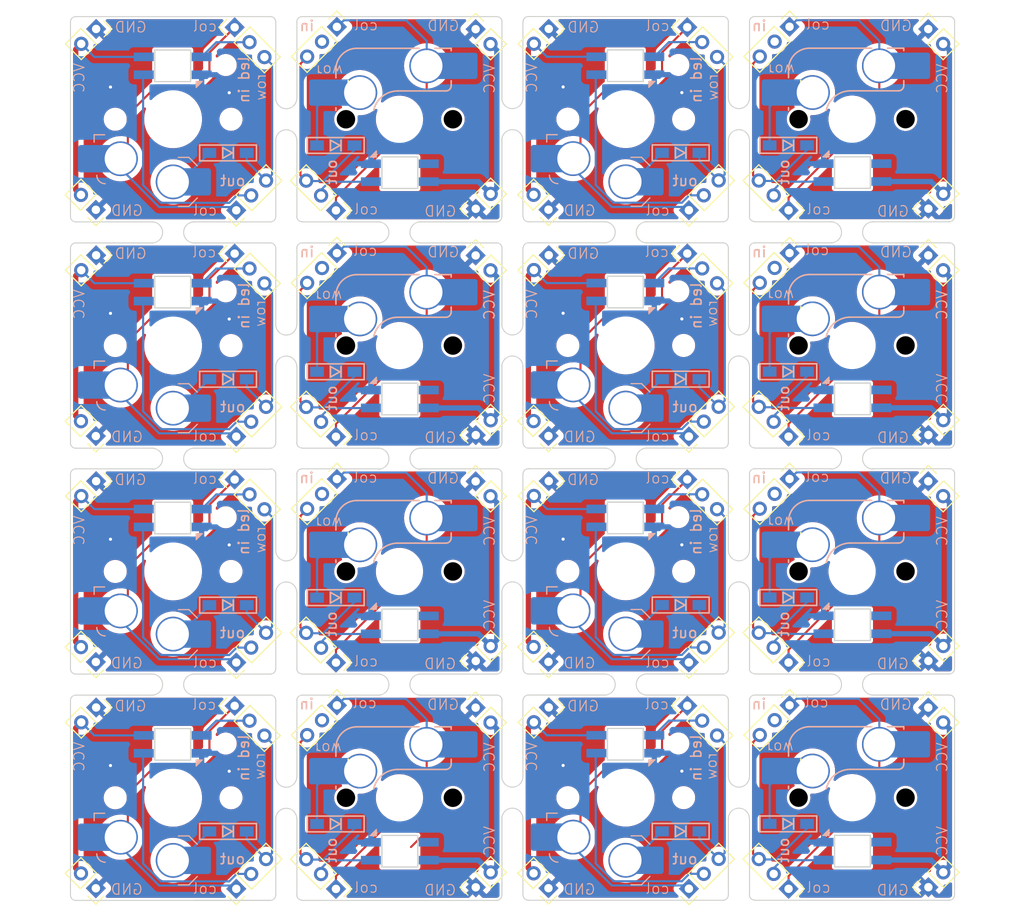
<source format=kicad_pcb>
(kicad_pcb (version 20240108) (generator "pcbnew") (generator_version "8.0")
  (layers (0 "F.Cu" signal) (31 "B.Cu" signal) (34 "B.Paste" user) (35 "F.Paste" user) (36 "B.SilkS" user "B.Silkscreen") (37 "F.SilkS" user "F.Silkscreen") (38 "B.Mask" user) (39 "F.Mask" user) (44 "Edge.Cuts" user))
  (net 0 "")
  (net 1 "row0")
  (net 2 "Net-(D1-A)")
  (net 3 "row1")
  (net 4 "Net-(D2-A)")
  (net 5 "VCC")
  (net 6 "LED1_out")
  (net 7 "GND")
  (net 8 "LED1_in")
  (net 9 "col0")
  (net 10 "col1")
  (net 11 "LED0_out")
  (net 12 "LED0_in")
  (footprint "Mouse_Bite:mouse-bite-2mm-slot" (layer "F.Cu") (at 102.56 84.39 90)
    (property "Reference" "mouse-bite-2mm-slot" (hide yes))
    (property "Value" "VAL**" (hide yes))
    (fp_arc (start -2 -1) (mid -1 0) (end -2 1) (stroke (width 0.1)) (layer "Edge.Cuts"))
    (fp_arc (start 2 1) (mid 1 0) (end 2 -1) (stroke (width 0.1)) (layer "Edge.Cuts"))
  )
  (footprint "TB2086_SMD:D3_SMD" (layer "F.Cu") (at 75.55 130.56 180)
    (property "Reference" "D1" (hide yes))
    (property "Value" "1N4148WS" (hide yes))
  )
  (footprint "Mouse_Bite:mouse-bite-2mm-slot" (layer "F.Cu") (at 124.0805 105.85 90)
    (property "Reference" "mouse-bite-2mm-slot" (hide yes))
    (property "Value" "VAL**" (hide yes))
    (fp_arc (start -2 -1) (mid -1 0) (end -2 1) (stroke (width 0.1)) (layer "Edge.Cuts"))
    (fp_arc (start 2 1) (mid 1 0) (end 2 -1) (stroke (width 0.1)) (layer "Edge.Cuts"))
  )
  (footprint "TB2086_KEYSWITCH:SW_MX_HS_1u" (layer "F.Cu") (at 91.8305 62.9)
    (property "Reference" "SW2")
    (property "Value" "SW_MX_HS" (hide yes))
  )
  (footprint "Mouse_Bite:mouse-bite-2mm-slot" (layer "F.Cu") (at 81.08 84.4 90)
    (property "Reference" "mouse-bite-2mm-slot" (hide yes))
    (property "Value" "VAL**" (hide yes))
    (fp_arc (start -2 -1) (mid -1 0) (end -2 1) (stroke (width 0.1)) (layer "Edge.Cuts"))
    (fp_arc (start 2 1) (mid 1 0) (end 2 -1) (stroke (width 0.1)) (layer "Edge.Cuts"))
  )
  (footprint "Connector_PinSocket_2.00mm:PinSocket_1x02_P2.00mm_Vertical" (layer "F.Cu") (at 62.99 135.96 -135)
    (property "Reference" "J10" (hide yes))
    (property "Value" "Conn_01x02_Socket")
  )
  (footprint "Connector_PinSocket_2.00mm:PinSocket_1x02_P2.00mm_Vertical" (layer "F.Cu") (at 105.9905 114.45 -135)
    (property "Reference" "J10" (hide yes))
    (property "Value" "Conn_01x02_Socket")
  )
  (footprint "Connector_PinSocket_2.00mm:PinSocket_1x02_P2.00mm_Vertical" (layer "F.Cu") (at 142.071 97.29 45)
    (property "Reference" "J4" (hide yes))
    (property "Value" "Conn_01x02_Socket")
  )
  (footprint "Mouse_Bite:mouse-bite-2mm-slot" (layer "F.Cu") (at 134.8305 116.6 180)
    (property "Reference" "mouse-bite-2mm-slot" (hide yes))
    (property "Value" "VAL**" (hide yes))
    (fp_arc (start 2 1) (mid 1 0) (end 2 -1) (stroke (width 0.1)) (layer "Edge.Cuts"))
    (fp_arc (start -2 -1) (mid -1 0) (end -2 1) (stroke (width 0.1)) (layer "Edge.Cuts"))
  )
  (footprint "Mouse_Bite:mouse-bite-2mm-slot" (layer "F.Cu") (at 91.83 73.65 180)
    (property "Reference" "mouse-bite-2mm-slot" (hide yes))
    (property "Value" "VAL**" (hide yes))
    (fp_arc (start 2 1) (mid 1 0) (end 2 -1) (stroke (width 0.1)) (layer "Edge.Cuts"))
    (fp_arc (start -2 -1) (mid -1 0) (end -2 1) (stroke (width 0.1)) (layer "Edge.Cuts"))
  )
  (footprint "Connector_PinHeader_2.00mm:PinHeader_1x03_P2.00mm_Vertical" (layer "F.Cu") (at 76.33 71.55 135)
    (property "Reference" "J2" (hide yes))
    (property "Value" "Conn_01x03_Socket")
  )
  (footprint "Connector_PinHeader_2.00mm:PinHeader_1x03_P2.00mm_Vertical" (layer "F.Cu") (at 128.801 114.51 -135)
    (property "Reference" "J5" (hide yes))
    (property "Value" "Conn_01x03_Socket")
  )
  (footprint "TB2086_LED:LED_SW_SK6812-E-rot" (layer "F.Cu") (at 113.3305 122.27 180)
    (property "Reference" "LED1" (hide yes))
    (property "Value" "SK6812MINI-E" (hide yes))
    (fp_line (start 1.738071 1.495964) (end -1.661929 1.495964) (stroke (width 0.12)) (layer "Edge.Cuts"))
    (fp_line (start 1.738071 -1.504036) (end 1.738071 1.495964) (stroke (width 0.12)) (layer "Edge.Cuts"))
    (fp_line (start -1.661929 1.495964) (end -1.661929 -1.504036) (stroke (width 0.12)) (layer "Edge.Cuts"))
    (fp_line (start -1.661929 -1.504036) (end 1.738071 -1.504036) (stroke (width 0.12)) (layer "Edge.Cuts"))
  )
  (footprint "Mouse_Bite:mouse-bite-2mm-slot" (layer "F.Cu") (at 134.8305 95.14 180)
    (property "Reference" "mouse-bite-2mm-slot" (hide yes))
    (property "Value" "VAL**" (hide yes))
    (fp_arc (start 2 1) (mid 1 0) (end 2 -1) (stroke (width 0.1)) (layer "Edge.Cuts"))
    (fp_arc (start -2 -1) (mid -1 0) (end -2 1) (stroke (width 0.1)) (layer "Edge.Cuts"))
  )
  (footprint "TB2086_SMD:D3_SMD" (layer "F.Cu") (at 118.5505 130.55 180)
    (property "Reference" "D1" (hide yes))
    (property "Value" "1N4148WS" (hide yes))
  )
  (footprint "Connector_PinHeader_2.00mm:PinHeader_1x03_P2.00mm_Vertical" (layer "F.Cu") (at 85.8905 118.58 -45)
    (property "Reference" "J6" (hide yes))
    (property "Value" "Conn_01x03_Socket")
  )
  (footprint "Connector_PinSocket_2.00mm:PinSocket_1x02_P2.00mm_Vertical" (layer "F.Cu") (at 63.017107 118.782893 -45)
    (property "Reference" "J9" (hide yes))
    (property "Value" "Conn_01x02_Socket")
  )
  (footprint "TB2086_KEYSWITCH:SW_MX_HS_1u" (layer "F.Cu") (at 91.8305 84.4)
    (property "Reference" "SW2")
    (property "Value" "SW_MX_HS" (hide yes))
  )
  (footprint "TB2086_SMD:D3_SMD" (layer "F.Cu") (at 85.778 65.39 180)
    (property "Reference" "D2" (hide yes))
    (property "Value" "1N4148WS" (hide yes))
  )
  (footprint "Connector_PinHeader_2.00mm:PinHeader_1x03_P2.00mm_Vertical" (layer "F.Cu") (at 119.176286 54.155786 45)
    (property "Reference" "J1" (hide yes))
    (property "Value" "Conn_01x03_Socket")
  )
  (footprint "Mouse_Bite:mouse-bite-2mm-slot" (layer "F.Cu") (at 124.0805 62.89 90)
    (property "Reference" "mouse-bite-2mm-slot" (hide yes))
    (property "Value" "VAL**" (hide yes))
    (fp_arc (start -2 -1) (mid -1 0) (end -2 1) (stroke (width 0.1)) (layer "Edge.Cuts"))
    (fp_arc (start 2 1) (mid 1 0) (end 2 -1) (stroke (width 0.1)) (layer "Edge.Cuts"))
  )
  (footprint "TB2086_LED:LED_SW_SK6812-E-rot" (layer "F.Cu") (at 70.33 100.78 180)
    (property "Reference" "LED1" (hide yes))
    (property "Value" "SK6812MINI-E" (hide yes))
    (fp_line (start 1.738071 1.495964) (end -1.661929 1.495964) (stroke (width 0.12)) (layer "Edge.Cuts"))
    (fp_line (start 1.738071 -1.504036) (end 1.738071 1.495964) (stroke (width 0.12)) (layer "Edge.Cuts"))
    (fp_line (start -1.661929 1.495964) (end -1.661929 -1.504036) (stroke (width 0.12)) (layer "Edge.Cuts"))
    (fp_line (start -1.661929 -1.504036) (end 1.738071 -1.504036) (stroke (width 0.12)) (layer "Edge.Cuts"))
  )
  (footprint "Connector_PinHeader_2.00mm:PinHeader_1x03_P2.00mm_Vertical" (layer "F.Cu") (at 76.33 114.51 135)
    (property "Reference" "J2" (hide yes))
    (property "Value" "Conn_01x03_Socket")
  )
  (footprint "TB2086_KEYSWITCH:SW_choc_v1_v2_HS_1u" (layer "F.Cu") (at 70.33 62.9)
    (property "Reference" "SW1" (hide yes))
    (property "Value" "SW_CHOC_HS" (hide yes))
  )
  (footprint "Connector_PinSocket_2.00mm:PinSocket_1x02_P2.00mm_Vertical" (layer "F.Cu") (at 105.9905 71.49 -135)
    (property "Reference" "J10" (hide yes))
    (property "Value" "Conn_01x02_Socket")
  )
  (footprint "Mouse_Bite:mouse-bite-2mm-slot" (layer "F.Cu") (at 81.08 105.86 90)
    (property "Reference" "mouse-bite-2mm-slot" (hide yes))
    (property "Value" "VAL**" (hide yes))
    (fp_arc (start -2 -1) (mid -1 0) (end -2 1) (stroke (width 0.1)) (layer "Edge.Cuts"))
    (fp_arc (start 2 1) (mid 1 0) (end 2 -1) (stroke (width 0.1)) (layer "Edge.Cuts"))
  )
  (footprint "Connector_PinHeader_2.00mm:PinHeader_1x03_P2.00mm_Vertical" (layer "F.Cu") (at 85.8905 54.12 -45)
    (property "Reference" "J6" (hide yes))
    (property "Value" "Conn_01x03_Socket")
  )
  (footprint "Connector_PinSocket_2.00mm:PinSocket_1x02_P2.00mm_Vertical" (layer "F.Cu") (at 62.99 93 -135)
    (property "Reference" "J10" (hide yes))
    (property "Value" "Conn_01x02_Socket")
  )
  (footprint "TB2086_SMD:D3_SMD" (layer "F.Cu") (at 75.55 87.6 180)
    (property "Reference" "D1" (hide yes))
    (property "Value" "1N4148WS" (hide yes))
  )
  (footprint "Connector_PinHeader_2.00mm:PinHeader_1x03_P2.00mm_Vertical" (layer "F.Cu") (at 128.891 54.11 -45)
    (property "Reference" "J6" (hide yes))
    (property "Value" "Conn_01x03_Socket")
  )
  (footprint "Connector_PinHeader_2.00mm:PinHeader_1x03_P2.00mm_Vertical" (layer "F.Cu") (at 119.176286 118.615786 45)
    (property "Reference" "J1" (hide yes))
    (property "Value" "Conn_01x03_Socket")
  )
  (footprint "Connector_PinHeader_2.00mm:PinHeader_1x03_P2.00mm_Vertical" (layer "F.Cu") (at 76.175786 54.165786 45)
    (property "Reference" "J1" (hide yes))
    (property "Value" "Conn_01x03_Socket")
  )
  (footprint "TB2086_SMD:D3_SMD" (layer "F.Cu") (at 128.7785 129.84 180)
    (property "Reference" "D2" (hide yes))
    (property "Value" "1N4148WS" (hide yes))
  )
  (footprint "Connector_PinHeader_2.00mm:PinHeader_1x03_P2.00mm_Vertical" (layer "F.Cu") (at 119.176286 75.655786 45)
    (property "Reference" "J1" (hide yes))
    (property "Value" "Conn_01x03_Socket")
  )
  (footprint "TB2086_KEYSWITCH:SW_MX_HS_1u" (layer "F.Cu") (at 134.831 127.35)
    (property "Reference" "SW2")
    (property "Value" "SW_MX_HS" (hide yes))
  )
  (footprint "Connector_PinSocket_2.00mm:PinSocket_1x02_P2.00mm_Vertical" (layer "F.Cu") (at 106.017607 97.272893 -45)
    (property "Reference" "J9" (hide yes))
    (property "Value" "Conn_01x02_Socket")
  )
  (footprint "Connector_PinHeader_2.00mm:PinHeader_1x03_P2.00mm_Vertical" (layer "F.Cu") (at 119.3305 136 135)
    (property "Reference" "J2" (hide yes))
    (property "Value" "Conn_01x03_Socket")
  )
  (footprint "Connector_PinSocket_2.00mm:PinSocket_1x02_P2.00mm_Vertical" (layer "F.Cu") (at 106.017607 54.312893 -45)
    (property "Reference" "J9" (hide yes))
    (property "Value" "Conn_01x02_Socket")
  )
  (footprint "Connector_PinHeader_2.00mm:PinHeader_1x03_P2.00mm_Vertical" (layer "F.Cu") (at 128.891 118.57 -45)
    (property "Reference" "J6" (hide yes))
    (property "Value" "Conn_01x03_Socket")
  )
  (footprint "Connector_PinHeader_2.00mm:PinHeader_1x03_P2.00mm_Vertical" (layer "F.Cu") (at 85.8005 71.56 -135)
    (property "Reference" "J5" (hide yes))
    (property "Value" "Conn_01x03_Socket")
  )
  (footprint "Mouse_Bite:mouse-bite-2mm-slot" (layer "F.Cu") (at 70.33 116.61 180)
    (property "Reference" "mouse-bite-2mm-slot" (hide yes))
    (property "Value" "VAL**" (hide yes))
    (fp_arc (start 2 1) (mid 1 0) (end 2 -1) (stroke (width 0.1)) (layer "Edge.Cuts"))
    (fp_arc (start -2 -1) (mid -1 0) (end -2 1) (stroke (width 0.1)) (layer "Edge.Cuts"))
  )
  (footprint "TB2086_LED:LED_SW_SK6812-E-rot" (layer "F.Cu") (at 113.3305 57.81 180)
    (property "Reference" "LED1" (hide yes))
    (property "Value" "SK6812MINI-E" (hide yes))
    (fp_line (start 1.738071 1.495964) (end -1.661929 1.495964) (stroke (width 0.12)) (layer "Edge.Cuts"))
    (fp_line (start 1.738071 -1.504036) (end 1.738071 1.495964) (stroke (width 0.12)) (layer "Edge.Cuts"))
    (fp_line (start -1.661929 1.495964) (end -1.661929 -1.504036) (stroke (width 0.12)) (layer "Edge.Cuts"))
    (fp_line (start -1.661929 -1.504036) (end 1.738071 -1.504036) (stroke (width 0.12)) (layer "Edge.Cuts"))
  )
  (footprint "Connector_PinSocket_2.00mm:PinSocket_1x02_P2.00mm_Vertical" (layer "F.Cu") (at 63.017107 97.282893 -45)
    (property "Reference" "J9" (hide yes))
    (property "Value" "Conn_01x02_Socket")
  )
  (footprint "TB2086_LED:LED_SW_SK6812-E-rot" (layer "F.Cu") (at 134.831 89.47)
    (property "Reference" "LED2" (hide yes))
    (property "Value" "SK6812MINI-E" (hide yes))
    (fp_line (start -1.661929 -1.504036) (end 1.738071 -1.504036) (stroke (width 0.12)) (layer "Edge.Cuts"))
    (fp_line (start -1.661929 1.495964) (end -1.661929 -1.504036) (stroke (width 0.12)) (layer "Edge.Cuts"))
    (fp_line (start 1.738071 -1.504036) (end 1.738071 1.495964) (stroke (width 0.12)) (layer "Edge.Cuts"))
    (fp_line (start 1.738071 1.495964) (end -1.661929 1.495964) (stroke (width 0.12)) (layer "Edge.Cuts"))
  )
  (footprint "Connector_PinSocket_2.00mm:PinSocket_1x02_P2.00mm_Vertical" (layer "F.Cu") (at 99.083393 92.907107 135)
    (property "Reference" "J3" (hide yes))
    (property "Value" "Conn_01x02_Socket")
  )
  (footprint "Connector_PinSocket_2.00mm:PinSocket_1x02_P2.00mm_Vertical" (layer "F.Cu") (at 142.083893 71.397107 135)
    (property "Reference" "J3" (hide yes))
    (property "Value" "Conn_01x02_Socket")
  )
  (footprint "Connector_PinHeader_2.00mm:PinHeader_1x03_P2.00mm_Vertical" (layer "F.Cu") (at 85.8905 75.62 -45)
    (property "Reference" "J6" (hide yes))
    (property "Value" "Conn_01x03_Socket")
  )
  (footprint "Connector_PinHeader_2.00mm:PinHeader_1x03_P2.00mm_Vertical" (layer "F.Cu") (at 128.891 75.61 -45)
    (property "Reference" "J6" (hide yes))
    (property "Value" "Conn_01x03_Socket")
  )
  (footprint "TB2086_SMD:D3_SMD" (layer "F.Cu") (at 128.7785 65.38 180)
    (property "Reference" "D2" (hide yes))
    (property "Value" "1N4148WS" (hide yes))
  )
  (footprint "TB2086_KEYSWITCH:SW_MX_HS_1u" (layer "F.Cu") (at 134.831 105.85)
    (property "Reference" "SW2")
    (property "Value" "SW_MX_HS" (hide yes))
  )
  (footprint "TB2086_SMD:D3_SMD" (layer "F.Cu") (at 85.778 129.85 180)
    (property "Reference" "D2" (hide yes))
    (property "Value" "1N4148WS" (hide yes))
  )
  (footprint "TB2086_SMD:D3_SMD" (layer "F.Cu") (at 128.7785 108.34 180)
    (property "Reference" "D2" (hide yes))
    (property "Value" "1N4148WS" (hide yes))
  )
  (footprint "TB2086_SMD:D3_SMD" (layer "F.Cu") (at 128.7785 86.88 180)
    (property "Reference" "D2" (hide yes))
    (property "Value" "1N4148WS" (hide yes))
  )
  (footprint "Connector_PinHeader_2.00mm:PinHeader_1x03_P2.00mm_Vertical" (layer "F.Cu") (at 76.175786 75.665786 45)
    (property "Reference" "J1" (hide yes))
    (property "Value" "Conn_01x03_Socket")
  )
  (footprint "TB2086_LED:LED_SW_SK6812-E-rot" (layer "F.Cu") (at 134.831 110.93)
    (property "Reference" "LED2" (hide yes))
    (property "Value" "SK6812MINI-E" (hide yes))
    (fp_line (start -1.661929 -1.504036) (end 1.738071 -1.504036) (stroke (width 0.12)) (layer "Edge.Cuts"))
    (fp_line (start -1.661929 1.495964) (end -1.661929 -1.504036) (stroke (width 0.12)) (layer "Edge.Cuts"))
    (fp_line (start 1.738071 -1.504036) (end 1.738071 1.495964) (stroke (width 0.12)) (layer "Edge.Cuts"))
    (fp_line (start 1.738071 1.495964) (end -1.661929 1.495964) (stroke (width 0.12)) (layer "Edge.Cuts"))
  )
  (footprint "Connector_PinSocket_2.00mm:PinSocket_1x02_P2.00mm_Vertical" (layer "F.Cu") (at 99.083393 114.367107 135)
    (property "Reference" "J3" (hide yes))
    (property "Value" "Conn_01x02_Socket")
  )
  (footprint "Connector_PinSocket_2.00mm:PinSocket_1x02_P2.00mm_Vertical" (layer "F.Cu") (at 142.083893 135.857107 135)
    (property "Reference" "J3" (hide yes))
    (property "Value" "Conn_01x02_Socket")
  )
  (footprint "Connector_PinSocket_2.00mm:PinSocket_1x02_P2.00mm_Vertical" (layer "F.Cu") (at 142.071 118.79 45)
    (property "Reference" "J4" (hide yes))
    (property "Value" "Conn_01x02_Socket")
  )
  (footprint "TB2086_LED:LED_SW_SK6812-E-rot" (layer "F.Cu") (at 113.3305 79.31 180)
    (property "Reference" "LED1" (hide yes))
    (property "Value" "SK6812MINI-E" (hide yes))
    (fp_line (start 1.738071 1.495964) (end -1.661929 1.495964) (stroke (width 0.12)) (layer "Edge.Cuts"))
    (fp_line (start 1.738071 -1.504036) (end 1.738071 1.495964) (stroke (width 0.12)) (layer "Edge.Cuts"))
    (fp_line (start -1.661929 1.495964) (end -1.661929 -1.504036) (stroke (width 0.12)) (layer "Edge.Cuts"))
    (fp_line (start -1.661929 -1.504036) (end 1.738071 -1.504036) (stroke (width 0.12)) (layer "Edge.Cuts"))
  )
  (footprint "TB2086_LED:LED_SW_SK6812-E-rot" (layer "F.Cu") (at 91.8305 110.94)
    (property "Reference" "LED2" (hide yes))
    (property "Value" "SK6812MINI-E" (hide yes))
    (fp_line (start -1.661929 -1.504036) (end 1.738071 -1.504036) (stroke (width 0.12)) (layer "Edge.Cuts"))
    (fp_line (start -1.661929 1.495964) (end -1.661929 -1.504036) (stroke (width 0.12)) (layer "Edge.Cuts"))
    (fp_line (start 1.738071 -1.504036) (end 1.738071 1.495964) (stroke (width 0.12)) (layer "Edge.Cuts"))
    (fp_line (start 1.738071 1.495964) (end -1.661929 1.495964) (stroke (width 0.12)) (layer "Edge.Cuts"))
  )
  (footprint "Mouse_Bite:mouse-bite-2mm-slot" (layer "F.Cu") (at 113.3305 95.14 180)
    (property "Reference" "mouse-bite-2mm-slot" (hide yes))
    (property "Value" "VAL**" (hide yes))
    (fp_arc (start 2 1) (mid 1 0) (end 2 -1) (stroke (width 0.1)) (layer "Edge.Cuts"))
    (fp_arc (start -2 -1) (mid -1 0) (end -2 1) (stroke (width 0.1)) (layer "Edge.Cuts"))
  )
  (footprint "Mouse_Bite:mouse-bite-2mm-slot" (layer "F.Cu") (at 81.08 62.9 90)
    (property "Reference" "mouse-bite-2mm-slot" (hide yes))
    (property "Value" "VAL**" (hide yes))
    (fp_arc (start -2 -1) (mid -1 0) (end -2 1) (stroke (width 0.1)) (layer "Edge.Cuts"))
    (fp_arc (start 2 1) (mid 1 0) (end 2 -1) (stroke (width 0.1)) (layer "Edge.Cuts"))
  )
  (footprint "Connector_PinHeader_2.00mm:PinHeader_1x03_P2.00mm_Vertical" (layer "F.Cu") (at 85.8005 136.02 -135)
    (property "Reference" "J5" (hide yes))
    (property "Value" "Conn_01x03_Socket")
  )
  (footprint "Connector_PinHeader_2.00mm:PinHeader_1x03_P2.00mm_Vertical" (layer "F.Cu") (at 85.8005 93.06 -135)
    (property "Reference" "J5" (hide yes))
    (property "Value" "Conn_01x03_Socket")
  )
  (footprint "TB2086_KEYSWITCH:SW_choc_v1_v2_HS_1u" (layer "F.Cu") (at 113.3305 84.39)
    (property "Reference" "SW1" (hide yes))
    (property "Value" "SW_CHOC_HS" (hide yes))
  )
  (footprint "Connector_PinSocket_2.00mm:PinSocket_1x02_P2.00mm_Vertical" (layer "F.Cu") (at 62.99 114.46 -135)
    (property "Reference" "J10" (hide yes))
    (property "Value" "Conn_01x02_Socket")
  )
  (footprint "Connector_PinHeader_2.00mm:PinHeader_1x03_P2.00mm_Vertical" (layer "F.Cu") (at 128.891 97.07 -45)
    (property "Reference" "J6" (hide yes))
    (property "Value" "Conn_01x03_Socket")
  )
  (footprint "Mouse_Bite:mouse-bite-2mm-slot" (layer "F.Cu") (at 91.83 95.15 180)
    (property "Reference" "mouse-bite-2mm-slot" (hide yes))
    (property "Value" "VAL**" (hide yes))
    (fp_arc (start 2 1) (mid 1 0) (end 2 -1) (stroke (width 0.1)) (layer "Edge.Cuts"))
    (fp_arc (start -2 -1) (mid -1 0) (end -2 1) (stroke (width 0.1)) (layer "Edge.Cuts"))
  )
  (footprint "Connector_PinSocket_2.00mm:PinSocket_1x02_P2.00mm_Vertical" (layer "F.Cu") (at 99.0705 54.34 45)
    (property "Reference" "J4" (hide yes))
    (property "Value" "Conn_01x02_Socket")
  )
  (footprint "Mouse_Bite:mouse-bite-2mm-slot" (layer "F.Cu") (at 70.33 95.15 180)
    (property "Reference" "mouse-bite-2mm-slot" (hide yes))
    (property "Value" "VAL**" (hide yes))
    (fp_arc (start 2 1) (mid 1 0) (end 2 -1) (stroke (width 0.1)) (layer "Edge.Cuts"))
    (fp_arc (start -2 -1) (mid -1 0) (end -2 1) (stroke (width 0.1)) (layer "Edge.Cuts"))
  )
  (footprint "Connector_PinSocket_2.00mm:PinSocket_1x02_P2.00mm_Vertical" (layer "F.Cu") (at 63.017107 75.822893 -45)
    (property "Reference" "J9" (hide yes))
    (property "Value" "Conn_01x02_Socket")
  )
  (footprint "Connector_PinSocket_2.00mm:PinSocket_1x02_P2.00mm_Vertical" (layer "F.Cu") (at 142.071 75.83 45)
    (property "Reference" "J4" (hide yes))
    (property "Value" "Conn_01x02_Socket")
  )
  (footprint "Connector_PinHeader_2.00mm:PinHeader_1x03_P2.00mm_Vertical" (layer "F.Cu") (at 85.8005 114.52 -135)
    (property "Reference" "J5" (hide yes))
    (property "Value" "Conn_01x03_Socket")
  )
  (footprint "Mouse_Bite:mouse-bite-2mm-slot" (layer "F.Cu") (at 102.56 62.89 90)
    (property "Reference" "mouse-bite-2mm-slot" (hide yes))
    (property "Value" "VAL**" (hide yes))
    (fp_arc (start -2 -1) (mid -1 0) (end -2 1) (stroke (width 0.1)) (layer "Edge.Cuts"))
    (fp_arc (start 2 1) (mid 1 0) (end 2 -1) (stroke (width 0.1)) (layer "Edge.Cuts"))
  )
  (footprint "TB2086_LED:LED_SW_SK6812-E-rot" (layer "F.Cu") (at 70.33 79.32 180)
    (property "Reference" "LED1" (hide yes))
    (property "Value" "SK6812MINI-E" (hide yes))
    (fp_line (start 1.738071 1.495964) (end -1.661929 1.495964) (stroke (width 0.12)) (layer "Edge.Cuts"))
    (fp_line (start 1.738071 -1.504036) (end 1.738071 1.495964) (stroke (width 0.12)) (layer "Edge.Cuts"))
    (fp_line (start -1.661929 1.495964) (end -1.661929 -1.504036) (stroke (width 0.12)) (layer "Edge.Cuts"))
    (fp_line (start -1.661929 -1.504036) (end 1.738071 -1.504036) (stroke (width 0.12)) (layer "Edge.Cuts"))
  )
  (footprint "TB2086_SMD:D3_SMD" (layer "F.Cu") (at 85.778 86.89 180)
    (property "Reference" "D2" (hide yes))
    (property "Value" "1N4148WS" (hide yes))
  )
  (footprint "Connector_PinSocket_2.00mm:PinSocket_1x02_P2.00mm_Vertical" (layer "F.Cu") (at 99.083393 135.867107 135)
    (property "Reference" "J3" (hide yes))
    (property "Value" "Conn_01x02_Socket")
  )
  (footprint "TB2086_SMD:D3_SMD" (layer "F.Cu") (at 75.55 109.06 180)
    (property "Reference" "D1" (hide yes))
    (property "Value" "1N4148WS" (hide yes))
  )
  (footprint "Connector_PinSocket_2.00mm:PinSocket_1x02_P2.00mm_Vertical" (layer "F.Cu") (at 105.9905 135.95 -135)
    (property "Reference" "J10" (hide yes))
    (property "Value" "Conn_01x02_Socket")
  )
  (footprint "TB2086_KEYSWITCH:SW_MX_HS_1u" (layer "F.Cu") (at 134.831 62.89)
    (property "Reference" "SW2")
    (property "Value" "SW_MX_HS" (hide yes))
  )
  (footprint "TB2086_LED:LED_SW_SK6812-E-rot" (layer "F.Cu") (at 91.8305 132.44)
    (property "Reference" "LED2" (hide yes))
    (property "Value" "SK6812MINI-E" (hide yes))
    (fp_line (start -1.661929 -1.504036) (end 1.738071 -1.504036) (stroke (width 0.12)) (layer "Edge.Cuts"))
    (fp_line (start -1.661929 1.495964) (end -1.661929 -1.504036) (stroke (width 0.12)) (layer "Edge.Cuts"))
    (fp_line (start 1.738071 -1.504036) (end 1.738071 1.495964) (stroke (width 0.12)) (layer "Edge.Cuts"))
    (fp_line (start 1.738071 1.495964) (end -1.661929 1.495964) (stroke (width 0.12)) (layer "Edge.Cuts"))
  )
  (footprint "Connector_PinSocket_2.00mm:PinSocket_1x02_P2.00mm_Vertical" (layer "F.Cu") (at 142.083893 114.357107 135)
    (property "Reference" "J3" (hide yes))
    (property "Value" "Conn_01x02_Socket")
  )
  (footprint "Mouse_Bite:mouse-bite-2mm-slot" (layer "F.Cu") (at 124.0805 84.39 90)
    (property "Reference" "mouse-bite-2mm-slot" (hide yes))
    (property "Value" "VAL**" (hide yes))
    (fp_arc (start -2 -1) (mid -1 0) (end -2 1) (stroke (width 0.1)) (layer "Edge.Cuts"))
    (fp_arc (start 2 1) (mid 1 0) (end 2 -1) (stroke (width 0.1)) (layer "Edge.Cuts"))
  )
  (footprint "TB2086_KEYSWITCH:SW_choc_v1_v2_HS_1u" (layer "F.Cu") (at 113.3305 127.35)
    (property "Reference" "SW1" (hide yes))
    (property "Value" "SW_CHOC_HS" (hide yes))
  )
  (footprint "Connector_PinSocket_2.00mm:PinSocket_1x02_P2.00mm_Vertical" (layer "F.Cu") (at 99.0705 118.8 45)
    (property "Reference" "J4" (hide yes))
    (property "Value" "Conn_01x02_Socket")
  )
  (footprint "Mouse_Bite:mouse-bite-2mm-slot" (layer "F.Cu") (at 102.56 127.35 90)
    (property "Reference" "mouse-bite-2mm-slot" (hide yes))
    (property "Value" "VAL**" (hide yes))
    (fp_arc (start -2 -1) (mid -1 0) (end -2 1) (stroke (width 0.1)) (layer "Edge.Cuts"))
    (fp_arc (start 2 1) (mid 1 0) (end 2 -1) (stroke (width 0.1)) (layer "Edge.Cuts"))
  )
  (footprint "TB2086_KEYSWITCH:SW_MX_HS_1u" (layer "F.Cu") (at 91.8305 127.36)
    (property "Reference" "SW2")
    (property "Value" "SW_MX_HS" (hide yes))
  )
  (footprint "Mouse_Bite:mouse-bite-2mm-slot" (layer "F.Cu") (at 102.56 105.85 90)
    (property "Reference" "mouse-bite-2mm-slot" (hide yes))
    (property "Value" "VAL**" (hide yes))
    (fp_arc (start -2 -1) (mid -1 0) (end -2 1) (stroke (width 0.1)) (layer "Edge.Cuts"))
    (fp_arc (start 2 1) (mid 1 0) (end 2 -1) (stroke (width 0.1)) (layer "Edge.Cuts"))
  )
  (footprint "TB2086_LED:LED_SW_SK6812-E-rot" (layer "F.Cu") (at 91.8305 67.98)
    (property "Reference" "LED2" (hide yes))
    (property "Value" "SK6812MINI-E" (hide yes))
    (fp_line (start -1.661929 -1.504036) (end 1.738071 -1.504036) (stroke (width 0.12)) (layer "Edge.Cuts"))
    (fp_line (start -1.661929 1.495964) (end -1.661929 -1.504036) (stroke (width 0.12)) (layer "Edge.Cuts"))
    (fp_line (start 1.738071 -1.504036) (end 1.738071 1.495964) (stroke (width 0.12)) (layer "Edge.Cuts"))
    (fp_line (start 1.738071 1.495964) (end -1.661929 1.495964) (stroke (width 0.12)) (layer "Edge.Cuts"))
  )
  (footprint "TB2086_KEYSWITCH:SW_choc_v1_v2_HS_1u" (layer "F.Cu") (at 113.3305 105.85)
    (property "Reference" "SW1" (hide yes))
    (property "Value" "SW_CHOC_HS" (hide yes))
  )
  (footprint "TB2086_LED:LED_SW_SK6812-E-rot" (layer "F.Cu") (at 134.831 67.97)
    (property "Reference" "LED2" (hide yes))
    (property "Value" "SK6812MINI-E" (hide yes))
    (fp_line (start -1.661929 -1.504036) (end 1.738071 -1.504036) (stroke (width 0.12)) (layer "Edge.Cuts"))
    (fp_line (start -1.661929 1.495964) (end -1.661929 -1.504036) (stroke (width 0.12)) (layer "Edge.Cuts"))
    (fp_line (start 1.738071 -1.504036) (end 1.738071 1.495964) (stroke (width 0.12)) (layer "Edge.Cuts"))
    (fp_line (start 1.738071 1.495964) (end -1.661929 1.495964) (stroke (width 0.12)) (layer "Edge.Cuts"))
  )
  (footprint "Connector_PinHeader_2.00mm:PinHeader_1x03_P2.00mm_Vertical" (layer "F.Cu") (at 128.801 136.01 -135)
    (property "Reference" "J5" (hide yes))
    (property "Value" "Conn_01x03_Socket")
  )
  (footprint "Mouse_Bite:mouse-bite-2mm-slot" (layer "F.Cu") (at 70.33 73.65 180)
    (property "Reference" "mouse-bite-2mm-slot" (hide yes))
    (property "Value" "VAL**" (hide yes))
    (fp_arc (start 2 1) (mid 1 0) (end 2 -1) (stroke (width 0.1)) (layer "Edge.Cuts"))
    (fp_arc (start -2 -1) (mid -1 0) (end -2 1) (stroke (width 0.1)) (layer "Edge.Cuts"))
  )
  (footprint "TB2086_KEYSWITCH:SW_choc_v1_v2_HS_1u" (layer "F.Cu") (at 70.33 105.86)
    (property "Reference" "SW1" (hide yes))
    (property "Value" "SW_CHOC_HS" (hide yes))
  )
  (footprint "TB2086_SMD:D3_SMD" (layer "F.Cu") (at 118.5505 66.09 180)
    (property "Reference" "D1" (hide yes))
    (property "Value" "1N4148WS" (hide yes))
  )
  (footprint "Connector_PinHeader_2.00mm:PinHeader_1x03_P2.00mm_Vertical" (layer "F.Cu") (at 76.33 136.01 135)
    (property "Reference" "J2" (hide yes))
    (property "Value" "Conn_01x03_Socket")
  )
  (footprint "Mouse_Bite:mouse-bite-2mm-slot" (layer "F.Cu") (at 124.0805 127.35 90)
    (property "Reference" "mouse-bite-2mm-slot" (hide yes))
    (property "Value" "VAL**" (hide yes))
    (fp_arc (start -2 -1) (mid -1 0) (end -2 1) (stroke (width 0.1)) (layer "Edge.Cuts"))
    (fp_arc (start 2 1) (mid 1 0) (end 2 -1) (stroke (width 0.1)) (layer "Edge.Cuts"))
  )
  (footprint "TB2086_LED:LED_SW_SK6812-E-rot" (layer "F.Cu") (at 113.3305 100.77 180)
    (property "Reference" "LED1" (hide yes))
    (property "Value" "SK6812MINI-E" (hide yes))
    (fp_line (start 1.738071 1.495964) (end -1.661929 1.495964) (stroke (width 0.12)) (layer "Edge.Cuts"))
    (fp_line (start 1.738071 -1.504036) (end 1.738071 1.495964) (stroke (width 0.12)) (layer "Edge.Cuts"))
    (fp_line (start -1.661929 1.495964) (end -1.661929 -1.504036) (stroke (width 0.12)) (layer "Edge.Cuts"))
    (fp_line (start -1.661929 -1.504036) (end 1.738071 -1.504036) (stroke (width 0.12)) (layer "Edge.Cuts"))
  )
  (footprint "Mouse_Bite:mouse-bite-2mm-slot" (layer "F.Cu") (at 91.83 116.61 180)
    (property "Reference" "mouse-bite-2mm-slot" (hide yes))
    (property "Value" "VAL**" (hide yes))
    (fp_arc (start 2 1) (mid 1 0) (end 2 -1) (stroke (width 0.1)) (layer "Edge.Cuts"))
    (fp_arc (start -2 -1) (mid -1 0) (end -2 1) (stroke (width 0.1)) (layer "Edge.Cuts"))
  )
  (footprint "Mouse_Bite:mouse-bite-2mm-slot" (layer "F.Cu") (at 134.8305 73.64 180)
    (property "Reference" "mouse-bite-2mm-slot" (hide yes))
    (property "Value" "VAL**" (hide yes))
    (fp_arc (start 2 1) (mid 1 0) (end 2 -1) (stroke (width 0.1)) (layer "Edge.Cuts"))
    (fp_arc (start -2 -1) (mid -1 0) (end -2 1) (stroke (width 0.1)) (layer "Edge.Cuts"))
  )
  (footprint "TB2086_LED:LED_SW_SK6812-E-rot" (layer "F.Cu") (at 70.33 57.82 180)
    (property "Reference" "LED1" (hide yes))
    (property "Value" "SK6812MINI-E" (hide yes))
    (fp_line (start 1.738071 1.495964) (end -1.661929 1.495964) (stroke (width 0.12)) (layer "Edge.Cuts"))
    (fp_line (start 1.738071 -1.504036) (end 1.738071 1.495964) (stroke (width 0.12)) (layer "Edge.Cuts"))
    (fp_line (start -1.661929 1.495964) (end -1.661929 -1.504036) (stroke (width 0.12)) (layer "Edge.Cuts"))
    (fp_line (start -1.661929 -1.504036) (end 1.738071 -1.504036) (stroke (width 0.12)) (layer "Edge.Cuts"))
  )
  (footprint "Connector_PinHeader_2.00mm:PinHeader_1x03_P2.00mm_Vertical" (layer "F.Cu") (at 85.8905 97.08 -45)
    (property "Reference" "J6" (hide yes))
    (property "Value" "Conn_01x03_Socket")
  )
  (footprint "Mouse_Bite:mouse-bite-2mm-slot" (layer "F.Cu") (at 113.3305 116.6 180)
    (property "Reference" "mouse-bite-2mm-slot" (hide yes))
    (property "Value" "VAL**" (hide yes))
    (fp_arc (start 2 1) (mid 1 0) (end 2 -1) (stroke (width 0.1)) (layer "Edge.Cuts"))
    (fp_arc (start -2 -1) (mid -1 0) (end -2 1) (stroke (width 0.1)) (layer "Edge.Cuts"))
  )
  (footprint "Connector_PinSocket_2.00mm:PinSocket_1x02_P2.00mm_Vertical" (layer "F.Cu") (at 99.083393 71.407107 135)
    (property "Reference" "J3" (hide yes))
    (property "Value" "Conn_01x02_Socket")
  )
  (footprint "Connector_PinSocket_2.00mm:PinSocket_1x02_P2.00mm_Vertical" (layer "F.Cu") (at 105.9905 92.99 -135)
    (property "Reference" "J10" (hide yes))
    (property "Value" "Conn_01x02_Socket")
  )
  (footprint "Connector_PinSocket_2.00mm:PinSocket_1x02_P2.00mm_Vertical" (layer "F.Cu") (at 142.071 54.33 45)
    (property "Reference" "J4" (hide yes))
    (property "Value" "Conn_01x02_Socket")
  )
  (footprint "TB2086_KEYSWITCH:SW_choc_v1_v2_HS_1u" (layer "F.Cu") (at 113.3305 62.89)
    (property "Reference" "SW1" (hide yes))
    (property "Value" "SW_CHOC_HS" (hide yes))
  )
  (footprint "Connector_PinHeader_2.00mm:PinHeader_1x03_P2.00mm_Vertical" (layer "F.Cu") (at 119.176286 97.115786 45)
    (property "Reference" "J1" (hide yes))
    (property "Value" "Conn_01x03_Socket")
  )
  (footprint "TB2086_LED:LED_SW_SK6812-E-rot" (layer "F.Cu") (at 70.33 122.28 180)
    (property "Reference" "LED1" (hide yes))
    (property "Value" "SK6812MINI-E" (hide yes))
    (fp_line (start 1.738071 1.495964) (end -1.661929 1.495964) (stroke (width 0.12)) (layer "Edge.Cuts"))
    (fp_line (start 1.738071 -1.504036) (end 1.738071 1.495964) (stroke (width 0.12)) (layer "Edge.Cuts"))
    (fp_line (start -1.661929 1.495964) (end -1.661929 -1.504036) (stroke (width 0.12)) (layer "Edge.Cuts"))
    (fp_line (start -1.661929 -1.504036) (end 1.738071 -1.504036) (stroke (width 0.12)) (layer "Edge.Cuts"))
  )
  (footprint "Connector_PinSocket_2.00mm:PinSocket_1x02_P2.00mm_Vertical" (layer "F.Cu") (at 99.0705 97.3 45)
    (property "Reference" "J4" (hide yes))
    (property "Value" "Conn_01x02_Socket")
  )
  (footprint "Connector_PinHeader_2.00mm:PinHeader_1x03_P2.00mm_Vertical" (layer "F.Cu") (at 119.3305 71.54 135)
    (property "Reference" "J2" (hide yes))
    (property "Value" "Conn_01x03_Socket")
  )
  (footprint "Connector_PinHeader_2.00mm:PinHeader_1x03_P2.00mm_Vertical" (layer "F.Cu") (at 76.33 93.05 135)
    (property "Reference" "J2" (hide yes))
    (property "Value" "Conn_01x03_Socket")
  )
  (footprint "Connector_PinHeader_2.00mm:PinHeader_1x03_P2.00mm_Vertical" (layer "F.Cu") (at 128.801 93.05 -135)
    (property "Reference" "J5" (hide yes))
    (property "Value" "Conn_01x03_Socket")
  )
  (footprint "TB2086_KEYSWITCH:SW_MX_HS_1u" (layer "F.Cu") (at 134.831 84.39)
    (property "Reference" "SW2")
    (property "Value" "SW_MX_HS" (hide yes))
  )
  (footprint "Connector_PinHeader_2.00mm:PinHeader_1x03_P2.00mm_Vertical" (layer "F.Cu") (at 119.3305 114.5 135)
    (property "Reference" "J2" (hide yes))
    (property "Value" "Conn_01x03_Socket")
  )
  (footprint "TB2086_KEYSWITCH:SW_MX_HS_1u" (layer "F.Cu") (at 91.8305 105.86)
    (property "Reference" "SW2")
    (property "Value" "SW_MX_HS" (hide yes))
  )
  (footprint "Connector_PinSocket_2.00mm:PinSocket_1x02_P2.00mm_Vertical" (layer "F.Cu") (at 106.017607 75.812893 -45)
    (property "Reference" "J9" (hide yes))
    (property "Value" "Conn_01x02_Socket")
  )
  (footprint "Connector_PinSocket_2.00mm:PinSocket_1x02_P2.00mm_Vertical" (layer "F.Cu") (at 106.017607 118.772893 -45)
    (property "Reference" "J9" (hide yes))
    (property "Value" "Conn_01x02_Socket")
  )
  (footprint "TB2086_LED:LED_SW_SK6812-E-rot" (layer "F.Cu") (at 91.8305 89.48)
    (property "Reference" "LED2" (hide yes))
    (property "Value" "SK6812MINI-E" (hide yes))
    (fp_line (start -1.661929 -1.504036) (end 1.738071 -1.504036) (stroke (width 0.12)) (layer "Edge.Cuts"))
    (fp_line (start -1.661929 1.495964) (end -1.661929 -1.504036) (stroke (width 0.12)) (layer "Edge.Cuts"))
    (fp_line (start 1.738071 -1.504036) (end 1.738071 1.495964) (stroke (width 0.12)) (layer "Edge.Cuts"))
    (fp_line (start 1.738071 1.495964) (end -1.661929 1.495964) (stroke (width 0.12)) (layer "Edge.Cuts"))
  )
  (footprint "Connector_PinSocket_2.00mm:PinSocket_1x02_P2.00mm_Vertical" (layer "F.Cu") (at 63.017107 54.322893 -45)
    (property "Reference" "J9" (hide yes))
    (property "Value" "Conn_01x02_Socket")
  )
  (footprint "Connector_PinHeader_2.00mm:PinHeader_1x03_P2.00mm_Vertical" (layer "F.Cu") (at 119.3305 93.04 135)
    (property "Reference" "J2" (hide yes))
    (property "Value" "Conn_01x03_Socket")
  )
  (footprint "Connector_PinSocket_2.00mm:PinSocket_1x02_P2.00mm_Vertical" (layer "F.Cu") (at 99.0705 75.84 45)
    (property "Reference" "J4" (hide yes))
    (property "Value" "Conn_01x02_Socket")
  )
  (footprint "TB2086_SMD:D3_SMD" (layer "F.Cu") (at 75.55 66.1 180)
    (property "Reference" "D1" (hide yes))
    (property "Value" "1N4148WS" (hide yes))
  )
  (footprint "TB2086_KEYSWITCH:SW_choc_v1_v2_HS_1u" (layer "F.Cu") (at 70.33 127.36)
    (property "Reference" "SW1" (hide yes))
    (property "Value" "SW_CHOC_HS" (hide yes))
  )
  (footprint "TB2086_SMD:D3_SMD" (layer "F.Cu") (at 118.5505 87.59 180)
    (property "Reference" "D1" (hide yes))
    (property "Value" "1N4148WS" (hide yes))
  )
  (footprint "Mouse_Bite:mouse-bite-2mm-slot" (layer "F.Cu") (at 81.08 127.36 90)
    (property "Reference" "mouse-bite-2mm-slot" (hide yes))
    (property "Value" "VAL**" (hide yes))
    (fp_arc (start -2 -1) (mid -1 0) (end -2 1) (stroke (width 0.1)) (layer "Edge.Cuts"))
    (fp_arc (start 2 1) (mid 1 0) (end 2 -1) (stroke (width 0.1)) (layer "Edge.Cuts"))
  )
  (footprint "Connector_PinHeader_2.00mm:PinHeader_1x03_P2.00mm_Vertical" (layer "F.Cu") (at 128.801 71.55 -135)
    (property "Reference" "J5" (hide yes))
    (property "Value" "Conn_01x03_Socket")
  )
  (footprint "Connector_PinSocket_2.00mm:PinSocket_1x02_P2.00mm_Vertical" (layer "F.Cu") (at 142.083893 92.897107 135)
    (property "Reference" "J3" (hide yes))
    (property "Value" "Conn_01x02_Socket")
  )
  (footprint "Connector_PinHeader_2.00mm:PinHeader_1x03_P2.00mm_Vertical" (layer "F.Cu") (at 76.175786 97.125786 45)
    (property "Reference" "J1" (hide yes))
    (property "Value" "Conn_01x03_Socket")
  )
  (footprint "Connector_PinHeader_2.00mm:PinHeader_1x03_P2.00mm_Vertical" (layer "F.Cu") (at 76.175786 118.625786 45)
    (property "Reference" "J1" (hide yes))
    (property "Value" "Conn_01x03_Socket")
  )
  (footprint "Mouse_Bite:mouse-bite-2mm-slot" (layer "F.Cu") (at 113.3305 73.64 180)
    (property "Reference" "mouse-bite-2mm-slot" (hide yes))
    (property "Value" "VAL**" (hide yes))
    (fp_arc (start 2 1) (mid 1 0) (end 2 -1) (stroke (width 0.1)) (layer "Edge.Cuts"))
    (fp_arc (start -2 -1) (mid -1 0) (end -2 1) (stroke (width 0.1)) (layer "Edge.Cuts"))
  )
  (footprint "TB2086_SMD:D3_SMD" (layer "F.Cu") (at 118.5505 109.05 180)
    (property "Reference" "D1" (hide yes))
    (property "Value" "1N4148WS" (hide yes))
  )
  (footprint "TB2086_SMD:D3_SMD" (layer "F.Cu") (at 85.778 108.35 180)
    (property "Reference" "D2" (hide yes))
    (property "Value" "1N4148WS" (hide yes))
  )
  (footprint "Connector_PinSocket_2.00mm:PinSocket_1x02_P2.00mm_Vertical" (layer "F.Cu") (at 62.99 71.5 -135)
    (property "Reference" "J10" (hide yes))
    (property "Value" "Conn_01x02_Socket")
  )
  (footprint "TB2086_KEYSWITCH:SW_choc_v1_v2_HS_1u" (layer "F.Cu") (at 70.33 84.4)
    (property "Reference" "SW1" (hide yes))
    (property "Value" "SW_CHOC_HS" (hide yes))
  )
  (footprint "TB2086_LED:LED_SW_SK6812-E-rot" (layer "F.Cu") (at 134.831 132.43)
    (property "Reference" "LED2" (hide yes))
    (property "Value" "SK6812MINI-E" (hide yes))
    (fp_line (start -1.661929 -1.504036) (end 1.738071 -1.504036) (stroke (width 0.12)) (layer "Edge.Cuts"))
    (fp_line (start -1.661929 1.495964) (end -1.661929 -1.504036) (stroke (width 0.12)) (layer "Edge.Cuts"))
    (fp_line (start 1.738071 -1.504036) (end 1.738071 1.495964) (stroke (width 0.12)) (layer "Edge.Cuts"))
    (fp_line (start 1.738071 1.495964) (end -1.661929 1.495964) (stroke (width 0.12)) (layer "Edge.Cuts"))
  )
  (gr_arc (start 104.0805 94.14) (mid 103.726947 93.993553) (end 103.5805 93.64) (stroke (width 0.1)) (layer "Edge.Cuts"))
  (gr_line (start 80.08 82.4) (end 80.08 75.15) (stroke (width 0.1)) (layer "Edge.Cuts"))
  (gr_arc (start 125.081 53.64) (mid 125.227447 53.286447) (end 125.581 53.14) (stroke (width 0.1)) (layer "Edge.Cuts"))
  (gr_line (start 144.5705 125.315) (end 144.5705 129.3) (stroke (width 0.1)) (layer "Edge.Cuts"))
  (gr_arc (start 80.076447 93.646447) (mid 79.93 94) (end 79.576447 94.146447) (stroke (width 0.1)) (layer "Edge.Cuts"))
  (gr_line (start 144.5705 136.55) (end 144.5705 129.3) (stroke (width 0.1)) (layer "Edge.Cuts"))
  (gr_line (start 93.79 96.11) (end 101.06 96.11) (stroke (width 0.1)) (layer "Edge.Cuts"))
  (gr_line (start 61.08 72.65) (end 68.35 72.65) (stroke (width 0.1)) (layer "Edge.Cuts"))
  (gr_line (start 125.0905 103.83) (end 125.0905 96.58) (stroke (width 0.1)) (layer "Edge.Cuts"))
  (gr_line (start 125.0905 125.33) (end 125.0905 118.08) (stroke (width 0.1)) (layer "Edge.Cuts"))
  (gr_line (start 61.08 74.65) (end 68.35 74.65) (stroke (width 0.1)) (layer "Edge.Cuts"))
  (gr_line (start 125.5755 117.6) (end 132.8455 117.6) (stroke (width 0.1)) (layer "Edge.Cuts"))
  (gr_line (start 123.0805 60.89) (end 123.0805 53.64) (stroke (width 0.1)) (layer "Edge.Cuts"))
  (gr_line (start 123.0805 103.85) (end 123.0805 96.6) (stroke (width 0.1)) (layer "Edge.Cuts"))
  (gr_line (start 123.0805 125.35) (end 123.0805 118.1) (stroke (width 0.1)) (layer "Edge.Cuts"))
  (gr_line (start 104.0805 72.64) (end 111.3505 72.64) (stroke (width 0.1)) (layer "Edge.Cuts"))
  (gr_line (start 93.79 117.61) (end 101.06 117.61) (stroke (width 0.1)) (layer "Edge.Cuts"))
  (gr_arc (start 144.081 53.14) (mid 144.434553 53.286447) (end 144.581 53.64) (stroke (width 0.1)) (layer "Edge.Cuts"))
  (gr_line (start 136.7905 72.64) (end 144.0605 72.64) (stroke (width 0.1)) (layer "Edge.Cuts"))
  (gr_line (start 125.0905 93.605) (end 125.0905 86.355) (stroke (width 0.1)) (layer "Edge.Cuts"))
  (gr_line (start 144.5705 82.355) (end 144.5705 75.105) (stroke (width 0.1)) (layer "Edge.Cuts"))
  (gr_line (start 123.0805 72.13) (end 123.0805 64.88) (stroke (width 0.1)) (layer "Edge.Cuts"))
  (gr_arc (start 82.573553 137.086447) (mid 82.22 136.94) (end 82.073553 136.586447) (stroke (width 0.1)) (layer "Edge.Cuts"))
  (gr_line (start 136.7905 115.6) (end 144.0605 115.6) (stroke (width 0.1)) (layer "Edge.Cuts"))
  (gr_arc (start 79.576447 96.11) (mid 79.93 96.256447) (end 80.076447 96.61) (stroke (width 0.1)) (layer "Edge.Cuts"))
  (gr_line (start 72.295 96.15) (end 79.565 96.15) (stroke (width 0.1)) (layer "Edge.Cuts"))
  (gr_line (start 82.575 117.61) (end 89.845 117.61) (stroke (width 0.1)) (layer "Edge.Cuts"))
  (gr_arc (start 122.576947 74.64) (mid 122.9305 74.786447) (end 123.076947 75.14) (stroke (width 0.1)) (layer "Edge.Cuts"))
  (gr_line (start 82.09 82.38) (end 82.09 75.13) (stroke (width 0.1)) (layer "Edge.Cuts"))
  (gr_arc (start 144.081 96.1) (mid 144.434553 96.246447) (end 144.581 96.6) (stroke (width 0.1)) (layer "Edge.Cuts"))
  (gr_line (start 61.08 96.11) (end 68.35 96.11) (stroke (width 0.1)) (layer "Edge.Cuts"))
  (gr_line (start 136.7905 96.1) (end 144.0605 96.1) (stroke (width 0.1)) (layer "Edge.Cuts"))
  (gr_arc (start 61.08 137.11) (mid 60.726447 136.963553) (end 60.58 136.61) (stroke (width 0.1)) (layer "Edge.Cuts"))
  (gr_line (start 103.56 136.55) (end 103.56 129.3) (stroke (width 0.1)) (layer "Edge.Cuts"))
  (gr_line (start 61.08 137.11) (end 79.58 137.11) (stroke (width 0.1)) (layer "Edge.Cuts"))
  (gr_line (start 101.57 93.6) (end 101.57 86.35) (stroke (width 0.1)) (layer "Edge.Cuts"))
  (gr_line (start 115.2955 94.14) (end 122.5655 94.14) (stroke (width 0.1)) (layer "Edge.Cuts"))
  (gr_arc (start 82.0805 53.65) (mid 82.226947 53.296447) (end 82.5805 53.15) (stroke (width 0.1)) (layer "Edge.Cuts"))
  (gr_line (start 144.5705 72.09) (end 144.5705 64.84) (stroke (width 0.1)) (layer "Edge.Cuts"))
  (gr_line (start 80.08 136.6) (end 80.08 129.35) (stroke (width 0.1)) (layer "Edge.Cuts"))
  (gr_line (start 82.575 96.11) (end 89.845 96.11) (stroke (width 0.1)) (layer "Edge.Cuts"))
  (gr_line (start 82.09 60.88) (end 82.09 53.63) (stroke (width 0.1)) (layer "Edge.Cuts"))
  (gr_line (start 104.0805 96.1) (end 111.3505 96.1) (stroke (width 0.1)) (layer "Edge.Cuts"))
  (gr_line (start 60.58 93.65) (end 60.58 75.15) (stroke (width 0.1)) (layer "Edge.Cuts"))
  (gr_arc (start 125.081 75.14) (mid 125.227447 74.786447) (end 125.581 74.64) (stroke (width 0.1)) (layer "Edge.Cuts"))
  (gr_arc (start 101.0805 96.11) (mid 101.434053 96.256447) (end 101.5805 96.61) (stroke (width 0.1)) (layer "Edge.Cuts"))
  (gr_arc (start 101.566447 115.106447) (mid 101.42 115.46) (end 101.066447 115.606447) (stroke (width 0.1)) (layer "Edge.Cuts"))
  (gr_line (start 93.79 74.65) (end 101.06 74.65) (stroke (width 0.1)) (layer "Edge.Cuts"))
  (gr_line (start 103.56 103.815) (end 103.56 96.565) (stroke (width 0.1)) (layer "Edge.Cuts"))
  (gr_line (start 104.0805 115.6) (end 111.3505 115.6) (stroke (width 0.1)) (layer "Edge.Cuts"))
  (gr_line (start 101.57 60.865) (end 101.57 53.615) (stroke (width 0.1)) (layer "Edge.Cuts"))
  (gr_arc (start 82.573553 115.586447) (mid 82.22 115.44) (end 82.073553 115.086447) (stroke (width 0.1)) (layer "Edge.Cuts"))
  (gr_arc (start 60.58 75.15) (mid 60.726447 74.796447) (end 61.08 74.65) (stroke (width 0.1)) (layer "Edge.Cuts"))
  (gr_line (start 82.575 115.61) (end 89.845 115.61) (stroke (width 0.1)) (layer "Edge.Cuts"))
  (gr_line (start 101.57 125.325) (end 101.57 118.075) (stroke (width 0.1)) (layer "Edge.Cuts"))
  (gr_line (start 123.0805 93.63) (end 123.0805 86.38) (stroke (width 0.1)) (layer "Edge.Cuts"))
  (gr_line (start 80.08 103.86) (end 80.08 96.61) (stroke (width 0.1)) (layer "Edge.Cuts"))
  (gr_arc (start 80.076447 136.606447) (mid 79.93 136.96) (end 79.576447 137.106447) (stroke (width 0.1)) (layer "Edge.Cuts"))
  (gr_line (start 82.09 103.84) (end 82.09 96.59) (stroke (width 0.1)) (layer "Edge.Cuts"))
  (gr_line (start 123.0805 82.39) (end 123.0805 75.14) (stroke (width 0.1)) (layer "Edge.Cuts"))
  (gr_line (start 115.2955 117.6) (end 122.5655 117.6) (stroke (width 0.1)) (layer "Edge.Cuts"))
  (gr_arc (start 101.566447 136.606447) (mid 101.42 136.96) (end 101.066447 137.106447) (stroke (width 0.1)) (layer "Edge.Cuts"))
  (gr_line (start 101.57 103.825) (end 101.57 96.575) (stroke (width 0.1)) (layer "Edge.Cuts"))
  (gr_line (start 136.7905 94.14) (end 144.0605 94.14) (stroke (width 0.1)) (layer "Edge.Cuts"))
  (gr_line (start 82.09 72.115) (end 82.09 64.865) (stroke (width 0.1)) (layer "Edge.Cuts"))
  (gr_arc (start 79.576447 74.65) (mid 79.93 74.796447) (end 80.076447 75.15) (stroke (width 0.1)) (layer "Edge.Cuts"))
  (gr_arc (start 125.574053 94.116447) (mid 125.2205 93.97) (end 125.074053 93.616447) (stroke (width 0.1)) (layer "Edge.Cuts"))
  (gr_line (start 125.5755 115.6) (end 132.8455 115.6) (stroke (width 0.1)) (layer "Edge.Cuts"))
  (gr_line (start 144.5705 93.59) (end 144.5705 86.34) (stroke (width 0.1)) (layer "Edge.Cuts"))
  (gr_arc (start 103.5805 96.6) (mid 103.726947 96.246447) (end 104.0805 96.1) (stroke (width 0.1)) (layer "Edge.Cuts"))
  (gr_line (start 103.56 72.09) (end 103.56 64.84) (stroke (width 0.1)) (layer "Edge.Cuts"))
  (gr_line (start 72.295 94.15) (end 79.565 94.15) (stroke (width 0.1)) (layer "Edge.Cuts"))
  (gr_line (start 125.0905 136.565) (end 125.0905 129.315) (stroke (width 0.1)) (layer "Edge.Cuts"))
  (gr_line (start 82.5805 53.15) (end 101.0805 53.15) (stroke (width 0.1)) (layer "Edge.Cuts"))
  (gr_line (start 82.575 74.65) (end 89.845 74.65) (stroke (width 0.1)) (layer "Edge.Cuts"))
  (gr_arc (start 82.0805 118.11) (mid 82.226947 117.756447) (end 82.5805 117.61) (stroke (width 0.1)) (layer "Edge.Cuts"))
  (gr_arc (start 61.08 72.65) (mid 60.726447 72.503553) (end 60.58 72.15) (stroke (width 0.1)) (layer "Edge.Cuts"))
  (gr_line (start 144.5705 103.815) (end 144.5705 96.565) (stroke (width 0.1)) (layer "Edge.Cuts"))
  (gr_arc (start 82.573553 94.126447) (mid 82.22 93.98) (end 82.073553 93.626447) (stroke (width 0.1)) (layer "Edge.Cuts"))
  (gr_line (start 125.5755 74.64) (end 132.8455 74.64) (stroke (width 0.1)) (layer "Edge.Cuts"))
  (gr_arc (start 101.0805 74.65) (mid 101.434053 74.796447) (end 101.5805 75.15) (stroke (width 0.1)) (layer "Edge.Cuts"))
  (gr_line (start 93.79 94.15) (end 101.06 94.15) (stroke (width 0.1)) (layer "Edge.Cuts"))
  (gr_line (start 144.5705 103.815) (end 144.5705 107.8) (stroke (width 0.1)) (layer "Edge.Cuts"))
  (gr_arc (start 123.076947 93.636447) (mid 122.9305 93.99) (end 122.576947 94.136447) (stroke (width 0.1)) (layer "Edge.Cuts"))
  (gr_line (start 125.0905 72.105) (end 125.0905 64.855) (stroke (width 0.1)) (layer "Edge.Cuts"))
  (gr_arc (start 144.081 74.64) (mid 144.434553 74.786447) (end 144.581 75.14) (stroke (width 0.1)) (layer "Edge.Cuts"))
  (gr_line (start 61.08 53.15) (end 79.58 53.15) (stroke (width 0.1)) (layer "Edge.Cuts"))
  (gr_line (start 125.5755 96.1) (end 132.8455 96.1) (stroke (width 0.1)) (layer "Edge.Cuts"))
  (gr_line (start 115.2955 115.6) (end 122.5655 115.6) (stroke (width 0.1)) (layer "Edge.Cuts"))
  (gr_line (start 125.581 53.14) (end 144.081 53.14) (stroke (width 0.1)) (layer "Edge.Cuts"))
  (gr_line (start 125.0905 82.37) (end 125.0905 75.12) (stroke (width 0.1)) (layer "Edge.Cuts"))
  (gr_line (start 72.295 137.11) (end 79.565 137.11) (stroke (width 0.1)) (layer "Edge.Cuts"))
  (gr_arc (start 60.58 96.61) (mid 60.726447 96.256447) (end 61.08 96.11) (stroke (width 0.1)) (layer "Edge.Cuts"))
  (gr_arc (start 101.0805 117.61) (mid 101.434053 117.756447) (end 101.5805 118.11) (stroke (width 0.1)) (layer "Edge.Cuts"))
  (gr_arc (start 144.566947 115.096447) (mid 144.4205 115.45) (end 144.066947 115.596447) (stroke (width 0.1)) (layer "Edge.Cuts"))
  (gr_line (start 82.09 136.575) (end 82.09 129.325) (stroke (width 0.1)) (layer "Edge.Cuts"))
  (gr_line (start 80.08 125.36) (end 80.08 118.11) (stroke (width 0.1)) (layer "Edge.Cuts"))
  (gr_line (start 104.0805 117.6) (end 111.3505 117.6) (stroke (width 0.1)) (layer "Edge.Cuts"))
  (gr_line (start 115.2955 72.64) (end 122.5655 72.64) (stroke (width 0.1)) (layer "Edge.Cuts"))
  (gr_line (start 103.56 115.05) (end 103.56 107.8) (stroke (width 0.1)) (layer "Edge.Cuts"))
  (gr_line (start 60.58 72.15) (end 60.58 53.65) (stroke (width 0.1)) (layer "Edge.Cuts"))
  (gr_arc (start 101.566447 93.646447) (mid 101.42 94) (end 101.066447 94.146447) (stroke (width 0.1)) (layer "Edge.Cuts"))
  (gr_line (start 61.08 94.15) (end 68.35 94.15) (stroke (width 0.1)) (layer "Edge.Cuts"))
  (gr_line (start 93.79 115.61) (end 101.06 115.61) (stroke (width 0.1)) (layer "Edge.Cuts"))
  (gr_arc (start 61.08 94.15) (mid 60.726447 94.003553) (end 60.58 93.65) (stroke (width 0.1)) (layer "Edge.Cuts"))
  (gr_line (start 103.56 93.59) (end 103.56 86.34) (stroke (width 0.1)) (layer "Edge.Cuts"))
  (gr_arc (start 144.566947 136.596447) (mid 144.4205 136.95) (end 144.066947 137.096447) (stroke (width 0.1)) (layer "Edge.Cuts"))
  (gr_line (start 82.575 94.15) (end 89.845 94.15) (stroke (width 0.1)) (layer "Edge.Cuts"))
  (gr_arc (start 125.081 96.6) (mid 125.227447 96.246447) (end 125.581 96.1) (stroke (width 0.1)) (layer "Edge.Cuts"))
  (gr_line (start 101.57 72.1) (end 101.57 64.85) (stroke (width 0.1)) (layer "Edge.Cuts"))
  (gr_line (start 104.0805 137.1) (end 122.5805 137.1) (stroke (width 0.1)) (layer "Edge.Cuts"))
  (gr_line (start 80.08 72.14) (end 80.08 64.89) (stroke (width 0.1)) (layer "Edge.Cuts"))
  (gr_line (start 60.58 136.61) (end 60.58 118.11) (stroke (width 0.1)) (layer "Edge.Cuts"))
  (gr_line (start 104.0805 53.14) (end 122.5805 53.14) (stroke (width 0.1)) (layer "Edge.Cuts"))
  (gr_arc (start 82.573553 72.626447) (mid 82.22 72.48) (end 82.073553 72.126447) (stroke (width 0.1)) (layer "Edge.Cuts"))
  (gr_arc (start 144.566947 93.636447) (mid 144.4205 93.99) (end 144.066947 94.136447) (stroke (width 0.1)) (layer "Edge.Cuts"))
  (gr_arc (start 144.081 117.6) (mid 144.434553 117.746447) (end 144.581 118.1) (stroke (width 0.1)) (layer "Edge.Cuts"))
  (gr_line (start 72.295 72.65) (end 79.565 72.65) (stroke (width 0.1)) (layer "Edge.Cuts"))
  (gr_arc (start 122.576947 96.1) (mid 122.9305 96.246447) (end 123.076947 96.6) (stroke (width 0.1)) (layer "Edge.Cuts"))
  (gr_line (start 123.0805 115.09) (end 123.0805 107.84) (stroke (width 0.1)) (layer "Edge.Cuts"))
  (gr_arc (start 125.081 118.1) (mid 125.227447 117.746447) (end 125.581 117.6) (stroke (width 0.1)) (layer "Edge.Cuts"))
  (gr_arc (start 79.576447 117.61) (mid 79.93 117.756447) (end 80.076447 118.11) (stroke (width 0.1)) (layer "Edge.Cuts"))
  (gr_arc (start 123.076947 136.596447) (mid 122.9305 136.95) (end 122.576947 137.096447) (stroke (width 0.1)) (layer "Edge.Cuts"))
  (gr_line (start 104.0805 74.64) (end 111.3505 74.64) (stroke (width 0.1)) (layer "Edge.Cuts"))
  (gr_line (start 80.08 60.9) (end 80.08 53.65) (stroke (width 0.1)) (layer "Edge.Cuts"))
  (gr_line (start 103.56 82.355) (end 103.56 75.105) (stroke (width 0.1)) (layer "Edge.Cuts"))
  (gr_arc (start 104.0805 137.1) (mid 103.726947 136.953553) (end 103.5805 136.6) (stroke (width 0.1)) (layer "Edge.Cuts"))
  (gr_arc (start 60.58 53.65) (mid 60.726447 53.296447) (end 61.08 53.15) (stroke (width 0.1)) (layer "Edge.Cuts"))
  (gr_arc (start 103.5805 118.1) (mid 103.726947 117.746447) (end 104.0805 117.6) (stroke (width 0.1)) (layer "Edge.Cuts"))
  (gr_line (start 104.0805 94.14) (end 111.3505 94.14) (stroke (width 0.1)) (layer "Edge.Cuts"))
  (gr_line (start 125.5755 94.14) (end 132.8455 94.14) (stroke (width 0.1)) (layer "Edge.Cuts"))
  (gr_line (start 144.5705 60.855) (end 144.5705 64.84) (stroke (width 0.1)) (layer "Edge.Cuts"))
  (gr_arc (start 104.0805 115.6) (mid 103.726947 115.453553) (end 103.5805 115.1) (stroke (width 0.1)) (layer "Edge.Cuts"))
  (gr_arc (start 125.574053 115.576447) (mid 125.2205 115.43) (end 125.074053 115.076447) (stroke (width 0.1)) (layer "Edge.Cuts"))
  (gr_line (start 115.2955 96.1) (end 122.5655 96.1) (stroke (width 0.1)) (layer "Edge.Cuts"))
  (gr_line (start 125.581 137.1) (end 144.081 137.1) (stroke (width 0.1)) (layer "Edge.Cuts"))
  (gr_line (start 72.295 117.61) (end 79.565 117.61) (stroke (width 0.1)) (layer "Edge.Cuts"))
  (gr_line (start 60.58 115.11) (end 60.58 96.61) (stroke (width 0.1)) (layer "Edge.Cuts"))
  (gr_arc (start 82.0805 96.61) (mid 82.226947 96.256447) (end 82.5805 96.11) (stroke (width 0.1)) (layer "Edge.Cuts"))
  (gr_arc (start 103.5805 75.14) (mid 103.726947 74.786447) (end 104.0805 74.64) (stroke (width 0.1)) (layer "Edge.Cuts"))
  (gr_arc (start 123.076947 115.096447) (mid 122.9305 115.45) (end 122.576947 115.596447) (stroke (width 0.1)) (layer "Edge.Cuts"))
  (gr_line (start 72.295 115.61) (end 79.565 115.61) (stroke (width 0.1)) (layer "Edge.Cuts"))
  (gr_line (start 82.5805 137.11) (end 101.0805 137.11) (stroke (width 0.1)) (layer "Edge.Cuts"))
  (gr_line (start 80.08 115.1) (end 80.08 107.85) (stroke (width 0.1)) (layer "Edge.Cuts"))
  (gr_arc (start 104.0805 72.64) (mid 103.726947 72.493553) (end 103.5805 72.14) (stroke (width 0.1)) (layer "Edge.Cuts"))
  (gr_arc (start 103.5805 53.64) (mid 103.726947 53.286447) (end 104.0805 53.14) (stroke (width 0.1)) (layer "Edge.Cuts"))
  (gr_line (start 103.56 60.855) (end 103.56 53.605) (stroke (width 0.1)) (layer "Edge.Cuts"))
  (gr_line (start 101.57 136.56) (end 101.57 129.31) (stroke (width 0.1)) (layer "Edge.Cuts"))
  (gr_line (start 125.0905 115.065) (end 125.0905 107.815) (stroke (width 0.1)) (layer "Edge.Cuts"))
  (gr_line (start 80.08 93.64) (end 80.08 86.39) (stroke (width 0.1)) (layer "Edge.Cuts"))
  (gr_arc (start 122.576947 53.14) (mid 122.9305 53.286447) (end 123.076947 53.64) (stroke (width 0.1)) (layer "Edge.Cuts"))
  (gr_arc (start 123.076947 72.136447) (mid 122.9305 72.49) (end 122.576947 72.636447) (stroke (width 0.1)) (layer "Edge.Cuts"))
  (gr_line (start 82.575 72.65) (end 89.845 72.65) (stroke (width 0.1)) (layer "Edge.Cuts"))
  (gr_arc (start 122.576947 117.6) (mid 122.9305 117.746447) (end 123.076947 118.1) (stroke (width 0.1)) (layer "Edge.Cuts"))
  (gr_arc (start 79.576447 53.15) (mid 79.93 53.296447) (end 80.076447 53.65) (stroke (width 0.1)) (layer "Edge.Cuts"))
  (gr_line (start 125.5755 72.64) (end 132.8455 72.64) (stroke (width 0.1)) (layer "Edge.Cuts"))
  (gr_line (start 61.08 117.61) (end 68.35 117.61) (stroke (width 0.1)) (layer "Edge.Cuts"))
  (gr_line (start 144.5705 125.315) (end 144.5705 118.065) (stroke (width 0.1)) (layer "Edge.Cuts"))
  (gr_line (start 101.57 115.06) (end 101.57 107.81) (stroke (width 0.1)) (layer "Edge.Cuts"))
  (gr_arc (start 61.08 115.61) (mid 60.726447 115.463553) (end 60.58 115.11) (stroke (width 0.1)) (layer "Edge.Cuts"))
  (gr_arc (start 101.566447 72.146447) (mid 101.42 72.5) (end 101.066447 72.646447) (stroke (width 0.1)) (layer "Edge.Cuts"))
  (gr_arc (start 125.574053 137.076447) (mid 125.2205 136.93) (end 125.074053 136.576447) (stroke (width 0.1)) (layer "Edge.Cuts"))
  (gr_line (start 82.09 115.075) (end 82.09 107.825) (stroke (width 0.1)) (layer "Edge.Cuts"))
  (gr_arc (start 144.566947 72.136447) (mid 144.4205 72.49) (end 144.066947 72.636447) (stroke (width 0.1)) (layer "Edge.Cuts"))
  (gr_line (start 125.0905 60.87) (end 125.0905 53.62) (stroke (width 0.1)) (layer "Edge.Cuts"))
  (gr_line (start 136.7905 117.6) (end 144.0605 117.6) (stroke (width 0.1)) (layer "Edge.Cuts"))
  (gr_line (start 82.09 125.34) (end 82.09 118.09) (stroke (width 0.1)) (layer "Edge.Cuts"))
  (gr_line (start 144.5705 82.355) (end 144.5705 86.34) (stroke (width 0.1)) (layer "Edge.Cuts"))
  (gr_arc (start 80.076447 115.106447) (mid 79.93 115.46) (end 79.576447 115.606447) (stroke (width 0.1)) (layer "Edge.Cuts"))
  (gr_line (start 144.5705 60.855) (end 144.5705 53.605) (stroke (width 0.1)) (layer "Edge.Cuts"))
  (gr_line (start 101.57 82.365) (end 101.57 75.115) (stroke (width 0.1)) (layer "Edge.Cuts"))
  (gr_arc (start 60.58 118.11) (mid 60.726447 117.756447) (end 61.08 117.61) (stroke (width 0.1)) (layer "Edge.Cuts"))
  (gr_line (start 93.79 72.65) (end 101.06 72.65) (stroke (width 0.1)) (layer "Edge.Cuts"))
  (gr_arc (start 101.0805 53.15) (mid 101.434053 53.296447) (end 101.5805 53.65) (stroke (width 0.1)) (layer "Edge.Cuts"))
  (gr_line (start 61.08 115.61) (end 68.35 115.61) (stroke (width 0.1)) (layer "Edge.Cuts"))
  (gr_line (start 136.7905 74.64) (end 144.0605 74.64) (stroke (width 0.1)) (layer "Edge.Cuts"))
  (gr_line (start 144.5705 115.05) (end 144.5705 107.8) (stroke (width 0.1)) (layer "Edge.Cuts"))
  (gr_arc (start 82.0805 75.15) (mid 82.226947 74.796447) (end 82.5805 74.65) (stroke (width 0.1)) (layer "Edge.Cuts"))
  (gr_line (start 82.09 93.615) (end 82.09 86.365) (stroke (width 0.1)) (layer "Edge.Cuts"))
  (gr_arc (start 80.076447 72.146447) (mid 79.93 72.5) (end 79.576447 72.646447) (stroke (width 0.1)) (layer "Edge.Cuts"))
  (gr_line (start 123.0805 136.59) (end 123.0805 129.34) (stroke (width 0.1)) (layer "Edge.Cuts"))
  (gr_line (start 103.56 125.315) (end 103.56 118.065) (stroke (width 0.1)) (layer "Edge.Cuts"))
  (gr_arc (start 125.574053 72.616447) (mid 125.2205 72.47) (end 125.074053 72.116447) (stroke (width 0.1)) (layer "Edge.Cuts"))
  (gr_line (start 72.295 74.65) (end 79.565 74.65) (stroke (width 0.1)) (layer "Edge.Cuts"))
  (gr_line (start 115.2955 74.64) (end 122.5655 74.64) (stroke (width 0.1)) (layer "Edge.Cuts"))
  (gr_text "led in" (at 77.63 121.26 90) (layer "B.SilkS") (effects (font (size 1 1)) (justify left bottom mirror)))
  (gr_text "col" (at 74.56 54.64 0) (layer "B.SilkS") (effects (font (size 1 1) (thickness 0.1)) (justify left bottom mirror)))
  (gr_text "out" (at 128.92 131.05 90) (layer "B.SilkS") (effects (font (size 1 1)) (justify left bottom mirror)))
  (gr_text "GND" (at 97.59 76.1 0) (layer "B.SilkS") (effects (font (size 1 1) (thickness 0.1)) (justify left bottom mirror)))
  (gr_text "VCC" (at 143.97 108.48 90) (layer "B.SilkS") (effects (font (size 1 1) (thickness 0.1)) (justify left bottom mirror)))
  (gr_text "GND" (at 97.29 115.22 0) (layer "B.SilkS") (effects (font (size 1 1) (thickness 0.1)) (justify left bottom mirror)))
  (gr_text "GND" (at 110.89 54.74 0) (layer "B.SilkS") (effects (font (size 1 1) (thickness 0.1)) (justify left bottom mirror)))
  (gr_text "led in" (at 77.63 99.77 90) (layer "B.SilkS") (effects (font (size 1 1)) (justify left bottom mirror)))
  (gr_text "col" (at 89.86 54.53 0) (layer "B.SilkS") (effects (font (size 1 1) (thickness 0.1)) (justify left bottom mirror)))
  (gr_text "row" (at 79.16 79.99 90) (layer "B.SilkS") (effects (font (size 1 1) (thickness 0.1)) (justify left bottom mirror)))
  (gr_text "VCC" (at 61.99 100.47 90) (layer "B.SilkS") (effects (font (size 1 1) (thickness 0.1)) (justify left bottom mirror)))
  (gr_text "GND" (at 140.57 97.59 0) (layer "B.SilkS") (effects (font (size 1 1) (thickness 0.1)) (justify left bottom mirror)))
  (gr_text "in" (at 126.78 97.55 0) (layer "B.SilkS") (effects (font (size 1 1)) (justify left bottom mirror)))
  (gr_text "row" (at 83.83 57.69 180) (layer "B.SilkS") (effects (font (size 1 1) (thickness 0.1)) (justify left bottom mirror)))
  (gr_text "VCC" (at 143.94 79.05 90) (layer "B.SilkS") (effects (font (size 1 1) (thickness 0.1)) (justify left bottom mirror)))
  (gr_text "out" (at 128.92 109.56 90) (layer "B.SilkS") (effects (font (size 1 1)) (justify left bottom mirror)))
  (gr_text "GND" (at 97.31 93.73 0) (layer "B.SilkS") (effects (font (size 1 1) (thickness 0.1)) (justify left bottom mirror)))
  (gr_text "VCC" (at 104.99 78.98 90) (layer "B.SilkS") (effects (font (size 1 1) (thickness 0.1)) (justify left bottom mirror)))
  (gr_text "in" (at 126.78 119.04 0) (layer "B.SilkS") (effects (font (size 1 1)) (justify left bottom mirror)))
  (gr_text "VCC" (at 104.99 57.48 90) (layer "B.SilkS") (effects (font (size 1 1) (thickness 0.1)) (justify left bottom mirror)))
  (gr_text "VCC" (at 61.99 78.98 90) (layer "B.SilkS") (effects (font (size 1 1) (thickness 0.1)) (justify left bottom mirror)))
  (gr_text "GND" (at 67.52 115.15 0) (layer "B.SilkS") (effects (font (size 1 1) (thickness 0.1)) (justify left bottom mirror)))
  (gr_text "led in" (at 77.65 78.31 90) (layer "B.SilkS") (effects (font (size 1 1)) (justify left bottom mirror)))
  (gr_text "row" (at 83.71 122.09 180) (layer "B.SilkS") (effects (font (size 1 1) (thickness 0.1)) (justify left bottom mirror)))
  (gr_text "out" (at 85.97 66.62 90) (layer "B.SilkS") (effects (font (size 1 1)) (justify left bottom mirror)))
  (gr_text "out" (at 120.24 112.27 0) (layer "B.SilkS") (effects (font (size 1 1)) (justify left bottom mirror)))
  (gr_text "col" (at 117.56 115.08 0) (layer "B.SilkS") (effects (font (size 1 1) (thickness 0.1)) (justify left bottom mirror)))
  (gr_text "GND" (at 67.52 136.65 0) (layer "B.SilkS") (effects (font (size 1 1) (thickness 0.1)) (justify left bottom mirror)))
  (gr_text "col" (at 132.79 54.46 0) (layer "B.SilkS") (effects (font (size 1 1) (thickness 0.1)) (justify left bottom mirror)))
  (gr_text "led in" (at 120.62 56.83 90) (layer "B.SilkS") (effects (font (size 1 1)) (justify left bottom mirror)))
  (gr_text "GND" (at 97.59 54.6 0) (layer "B.SilkS") (effects (font (size 1 1) (thickness 0.1)) (justify left bottom mirror)))
  (gr_text "row" (at 122.05 122.99 90) (layer "B.SilkS") (effects (font (size 1 1) (thickness 0.1)) (justify left bottom mirror)))
  (gr_text "GND" (at 67.87 119.23 0) (layer "B.SilkS") (effects (font (size 1 1) (thickness 0.1)) (justify left bottom mirror)))
  (gr_text "row" (at 126.71 100.59 180) (layer "B.SilkS") (effects (font (size 1 1) (thickness 0.1)) (justify left bottom mirror)))
  (gr_text "out" (at 85.97 88.1 90) (layer "B.SilkS") (effects (font (size 1 1)) (justify left bottom mirror)))
  (gr_text "col" (at 132.86 93.48 0) (layer "B.SilkS") (effects (font (size 1 1) (thickness 0.1)) (justify left bottom mirror)))
  (gr_text "GND" (at 97.29 136.72 0) (layer "B.SilkS") (effects (font (size 1 1) (thickness 0.1)) (justify left bottom mirror)))
  (gr_text "in" (at 126.8 54.61 0) (layer "B.SilkS") (effects (font (size 1 1)) (justify left bottom mirror)))
  (gr_text "GND" (at 110.52 136.65 0) (layer "B.SilkS") (effects (font (size 1 1) (thickness 0.1)) (justify left bottom mirror)))
  (gr_text "led in" (at 120.6 99.77 90) (layer "B.SilkS") (effects (font (size 1 1)) (justify left bottom mirror)))
  (gr_text "VCC" (at 104.99 100.47 90) (layer "B.SilkS") (effects (font (size 1 1) (thickness 0.1)) (justify left bottom mirror)))
  (gr_text "led in" (at 77.65 56.83 90) (layer "B.SilkS") (effects (font (size 1 1)) (justify left bottom mirror)))
  (gr_text "col" (at 132.67 118.86 0) (layer "B.SilkS") (effects (font (size 1 1) (thickness 0.1)) (justify left bottom mirror)))
  (gr_text "col" (at 117.56 54.6 0) (layer "B.SilkS") (effects (font (size 1 1) (thickness 0.1)) (justify left bottom mirror)))
  (gr_text "row" (at 122.12 101.49 90) (layer "B.SilkS") (effects (font (size 1 1) (thickness 0.1)) (justify left bottom mirror)))
  (gr_text "col" (at 89.87 72.02 0) (layer "B.SilkS") (effects (font (size 1 1) (thickness 0.1)) (justify left bottom mirror)))
  (gr_text "col" (at 132.72 75.89 0) (layer "B.SilkS") (effects (font (size 1 1) (thickness 0.1)) (justify left bottom mirror)))
  (gr_text "out" (at 77.29 69.33 0) (layer "B.SilkS") (effects (font (size 1 1)) (justify left bottom mirror)))
  (gr_text "col" (at 117.49 76.07 0) (layer "B.SilkS") (effects (font (size 1 1) (thickness 0.1)) (justify left bottom mirror)))
  (gr_text "col" (at 89.81 97.5 0) (layer "B.SilkS") (effects (font (size 1 1) (thickness 0.1)) (justify left bottom mirror)))
  (gr_text "col" (at 89.74 118.93 0) (layer "B.SilkS") (effects (font (size 1 1) (thickness 0.1)) (justify left bottom mirror)))
  (gr_text "VCC" (at 100.97 86.99 90) (layer "B.SilkS") (effects (font (size 1 1) (thickness 0.1)) (justify left bottom mirror)))
  (gr_text "col" (at 74.49 119.09 0) (layer "B.SilkS") (effects (font (size 1 1) (thickness 0.1)) (justify left bottom mirror)))
  (gr_text "in" (at 126.8 76.09 0) (layer "B.SilkS") (effects (font (size 1 1)) (justify left bottom mirror)))
  (gr_text "col" (at 132.86 114.97 0) (layer "B.SilkS") (effects (font (size 1 1) (thickness 0.1)) (justify left bottom mirror)))
  (gr_text "VCC" (at 143.97 129.97 90) (layer "B.SilkS") (effects (font (size 1 1) (thickness 0.1)) (justify left bottom mirror)))
  (gr_text "out" (at 85.95 131.05 90) (layer "B.SilkS") (effects (font (size 1 1)) (justify left bottom mirror)))
  (gr_text "row" (at 126.76 57.62 180) (layer "B.SilkS") (effects (font (size 1 1) (thickness 0.1)) (justify left bottom mirror)))
  (gr_text "col" (at 89.86 114.97 0) (layer "B.SilkS") (effects (font (size 1 1) (thickness 0.1)) (justify left bottom mirror)))
  (gr_text "col" (at 89.86 93.48 0) (layer "B.SilkS") (effects (font (size 1 1) (thickness 0.1)) (justify left bottom mirror)))
  (gr_text "out" (at 85.95 109.56 90) (layer "B.SilkS") (effects (font (size 1 1)) (justify left bottom mirror)))
  (gr_text "col" (at 132.86 136.46 0) (layer "B.SilkS") (effects (font (size 1 1) (thickness 0.1)) (justify left bottom mirror)))
  (gr_text "GND" (at 97.57 119.09 0) (layer "B.SilkS") (effects (font (size 1 1) (thickness 0.1)) (justify left bottom mirror)))
  (gr_text "GND" (at 97.57 97.59 0) (layer "B.SilkS") (effects (font (size 1 1) (thickness 0.1)) (justify left bottom mirror)))
  (gr_text "GND" (at 140.59 76.1 0) (layer "B.SilkS") (effects (font (size 1 1) (thickness 0.1)) (justify left bottom mirror)))
  (gr_text "in" (at 83.83 54.61 0) (layer "B.SilkS") (effects (font (size 1 1)) (justify left bottom mirror)))
  (gr_text "VCC" (at 100.97 79.05 90) (layer "B.SilkS") (effects (font (size 1 1) (thickness 0.1)) (justify left bottom mirror)))
  (gr_text "GND" (at 140.31 72.23 0) (layer "B.SilkS") (effects (font (size 1 1) (thickness 0.1)) (justify left bottom mirror)))
  (gr_text "VCC" (at 61.99 121.96 90) (layer "B.SilkS") (effects (font (size 1 1) (thickness 0.1)) (justify left bottom mirror)))
  (gr_text "in" (at 83.81 97.55 0) (layer "B.SilkS") (effects (font (size 1 1)) (justify left bottom mirror)))
  (gr_text "col" (at 117.57 72.13 0) (layer "B.SilkS") (effects (font (size 1 1) (thickness 0.1)) (justify left bottom mirror)))
  (gr_text "col" (at 89.79 75.96 0) (layer "B.SilkS") (effects (font (size 1 1) (thickness 0.1)) (justify left bottom mirror)))
  (gr_text "GND" (at 67.54 93.66 0) (layer "B.SilkS") (effects (font (size 1 1) (thickness 0.1)) (justify left bottom mirror)))
  (gr_text "row" (at 79.19 101.49 90) (layer "B.SilkS") (effects (font (size 1 1) (thickness 0.1)) (justify left bottom mirror)))
  (gr_text "VCC" (at 143.97 122.03 90) (layer "B.SilkS") (effects (font (size 1 1) (thickness 0.1)) (justify left bottom mirror)))
  (gr_text "VCC" (at 143.97 57.55 90) (layer "B.SilkS") (effects (font (size 1 1) (thickness 0.1)) (justify left bottom mirror)))
  (gr_text "GND" (at 140.31 93.73 0) (layer "B.SilkS") (effects (font (size 1 1) (thickness 0.1)) (justify left bottom mirror)))
  (gr_text "row" (at 122.09 79.99 90) (layer "B.SilkS") (effects (font (size 1 1) (thickness 0.1)) (justify left bottom mirror)))
  (gr_text "col" (at 132.87 72.02 0) (layer "B.SilkS") (effects (font (size 1 1) (thickness 0.1)) (justify left bottom mirror)))
  (gr_text "col" (at 74.56 93.59 0) (layer "B.SilkS") (effects (font (size 1 1) (thickness 0.1)) (justify left bottom mirror)))
  (gr_text "GND" (at 110.52 115.15 0) (layer "B.SilkS") (effects (font (size 1 1) (thickness 0.1)) (justify left bottom mirror)))
  (gr_text "row" (at 126.69 79.05 180) (layer "B.SilkS") (effects (font (size 1 1) (thickness 0.1)) (justify left bottom mirror)))
  (gr_text "GND" (at 67.89 76.24 0) (layer "B.SilkS") (effects (font (size 1 1) (thickness 0.1)) (justify left bottom mirror)))
  (gr_text "row" (at 79.23 58.49 90) (layer "B.SilkS") (effects (font (size 1 1) (thickness 0.1)) (justify left bottom mirror)))
  (gr_text "out" (at 120.24 133.76 0) (layer "B.SilkS") (effects (font (size 1 1)) (justify left bottom mirror)))
  (gr_text "GND" (at 140.57 119.09 0) (layer "B.SilkS") (effects (font (size 1 1) (thickness 0.1)) (justify left bottom mirror)))
  (gr_text "GND" (at 67.89 54.74 0) (layer "B.SilkS") (effects (font (size 1 1) (thickness 0.1)) (justify left bottom mirror)))
  (gr_text "row" (at 83.78 100.66 180) (layer "B.SilkS") (effects (font (size 1 1) (thickness 0.1)) (justify left bottom mirror)))
  (gr_text "col" (at 117.56 97.58 0) (layer "B.SilkS") (effects (font (size 1 1) (thickness 0.1)) (justify left bottom mirror)))
  (gr_text "GND" (at 110.87 119.23 0) (layer "B.SilkS") (effects (font (size 1 1) (thickness 0.1)) (justify left bottom mirror)))
  (gr_text "row" (at 126.64 122.02 180) (layer "B.SilkS") (effects (font (size 1 1) (thickness 0.1)) (justify left bottom mirror)))
  (gr_text "out" (at 120.26 90.81 0) (layer "B.SilkS") (effects (font (size 1 1)) (justify left bottom mirror)))
  (gr_text "col" (at 89.86 136.46 0) (layer "B.SilkS") (effects (font (size 1 1) (thickness 0.1)) (justify left bottom mirror)))
  (gr_text "row" (at 79.12 122.99 90) (layer "B.SilkS") (effects (font (size 1 1) (thickness 0.1)) (justify left bottom mirror)))
  (gr_text "VCC" (at 100.97 57.55 90) (layer "B.SilkS") (effects (font (size 1 1) (thickness 0.1)) (justify left bottom mirror)))
  (gr_text "GND" (at 97.31 72.23 0) (layer "B.SilkS") (effects (font (size 1 1) (thickness 0.1)) (justify left bottom mirror)))
  (gr_text "VCC" (at 143.97 86.99 90) (layer "B.SilkS") (effects (font (size 1 1) (thickness 0.1)) (justify left bottom mirror)))
  (gr_text "col" (at 117.56 93.59 0) (layer "B.SilkS") (effects (font (size 1 1) (thickness 0.1)) (justify left bottom mirror)))
  (gr_text "row" (at 122.16 58.49 90) (layer "B.SilkS") (effects (font (size 1 1) (thickness 0.1)) (justify left bottom mirror)))
  (gr_text "VCC" (at 100.94 79.05 90) (layer "B.SilkS") (effects (font (size 1 1) (thickness 0.1)) (justify left bottom mirror)))
  (gr_text "GND" (at 140.59 54.6 0) (layer "B.SilkS") (effects (font (size 1 1) (thickness 0.1)) (justify left bottom mirror)))
  (gr_text "GND" (at 67.54 72.16 0) (layer "B.SilkS") (effects (font (size 1 1) (thickness 0.1)) (justify left bottom mirror)))
  (gr_text "col" (at 74.56 115.08 0) (layer "B.SilkS") (effects (font (size 1 1) (thickness 0.1)) (justify left bottom mirror)))
  (gr_text "out" (at 77.27 112.27 0) (layer "B.SilkS") (effects (font (size 1 1)) (justify left bottom mirror)))
  (gr_text "GND" (at 110.54 72.16 0) (layer "B.SilkS") (effects (font (size 1 1) (thickness 0.1)) (justify left bottom mirror)))
  (gr_text "out" (at 120.26 69.33 0) (layer "B.SilkS") (effects (font (size 1 1)) (justify left bottom mirror)))
  (gr_text "VCC" (at 100.97 108.48 90) (layer "B.SilkS") (effects (font (size 1 1) (thickness 0.1)) (justify left bottom mirror)))
  (gr_text "col" (at 74.57 72.13 0) (layer "B.SilkS") (effects (font (size 1 1) (thickness 0.1)) (justify left bottom mirror)))
  (gr_text "VCC" (at 143.97 100.54 90) (layer "B.SilkS") (effects (font (size 1 1) (thickness 0.1)) (justify left bottom mirror)))
  (gr_text "col" (at 117.56 136.57 0) (layer "B.SilkS") (effects (font (size 1 1) (thickness 0.1)) (justify left bottom mirror)))
  (gr_text "led in" (at 120.62 78.31 90) (layer "B.SilkS") (effects (font (size 1 1)) (justify left bottom mirror)))
  (gr_text "out" (at 128.94 88.1 90) (layer "B.SilkS") (effects (font (size 1 1)) (justify left bottom mirror)))
  (gr_text "GND" (at 140.29 115.22 0) (layer "B.SilkS") (effects (font (size 1 1) (thickness 0.1)) (justify left bottom mirror)))
  (gr_text "col" (at 74.56 136.57 0) (layer "B.SilkS") (effects (font (size 1 1) (thickness 0.1)) (justify left bottom mirror)))
  (gr_text "out" (at 128.94 66.62 90) (layer "B.SilkS") (effects (font (size 1 1)) (justify left bottom mirror)))
  (gr_text "GND" (at 67.87 97.73 0) (layer "B.SilkS") (effects (font (size 1 1) (thickness 0.1)) (justify left bottom mirror)))
  (gr_text "GND" (at 110.54 93.66 0) (layer "B.SilkS") (effects (font (size 1 1) (thickness 0.1)) (justify left bottom mirror)))
  (gr_text "GND" (at 140.29 136.72 0) (layer "B.SilkS") (effects (font (size 1 1) (thickness 0.1)) (justify left bottom mirror)))
  (gr_text "VCC" (at 104.99 121.96 90) (layer "B.SilkS") (effects (font (size 1 1) (thickness 0.1)) (justify left bottom mirror)))
  (gr_text "out" (at 77.29 90.81 0) (layer "B.SilkS") (effects (font (size 1 1)) (justify left bottom mirror)))
  (gr_text "VCC" (at 143.97 79.05 90) (layer "B.SilkS") (effects (font (size 1 1) (thickness 0.1)) (justify left bottom mirror)))
  (gr_text "GND" (at 110.87 97.73 0) (layer "B.SilkS") (effects (font (size 1 1) (thickness 0.1)) (justify left bottom mirror)))
  (gr_text "row" (at 83.76 79.12 180) (layer "B.SilkS") (effects (font (size 1 1) (thickness 0.1)) (justify left bottom mirror)))
  (gr_text "col" (at 74.56 97.62 0) (layer "B.SilkS") (effects (font (size 1 1) (thickness 0.1)) (justify left bottom mirror)))
  (gr_text "in" (at 83.81 119.04 0) (layer "B.SilkS") (effects (font (size 1 1)) (justify left bottom mirror)))
  (gr_text "VCC" (at 100.97 122.03 90) (layer "B.SilkS") (effects (font (size 1 1) (thickness 0.1)) (justify left bottom mirror)))
  (gr_text "GND" (at 110.89 76.24 0) (layer "B.SilkS") (effects (font (size 1 1) (thickness 0.1)) (justify left bottom mirror)))
  (gr_text "out" (at 77.27 133.76 0) (layer "B.SilkS") (effects (font (size 1 1)) (justify left bottom mirror)))
  (gr_text "VCC" (at 61.99 57.48 90) (layer "B.SilkS") (effects (font (size 1 1) (thickness 0.1)) (justify left bottom mirror)))
  (gr_text "led in" (at 120.6 121.26 90) (layer "B.SilkS") (effects (font (size 1 1)) (justify left bottom mirror)))
  (gr_text "col" (at 132.74 97.43 0) (layer "B.SilkS") (effects (font (size 1 1) (thickness 0.1)) (justify left bottom mirror)))
  (gr_text "VCC" (at 100.97 100.54 90) (layer "B.SilkS") (effects (font (size 1 1) (thickness 0.1)) (justify left bottom mirror)))
  (gr_text "in" (at 83.83 76.09 0) (layer "B.SilkS") (effects (font (size 1 1)) (justify left bottom mirror)))
  (gr_text "VCC" (at 100.97 129.97 90) (layer "B.SilkS") (effects (font (size 1 1) (thickness 0.1)) (justify left bottom mirror)))
  (gr_text "col" (at 117.49 119.05 0) (layer "B.SilkS") (effects (font (size 1 1) (thickness 0.1)) (justify left bottom mirror)))
  (gr_text "col" (at 74.49 76.11 0) (layer "B.SilkS") (effects (font (size 1 1) (thickness 0.1)) (justify left bottom mirror)))
  (segment (start 122.158927 133.171573) (end 120.3255 131.338146) (width 0.2) (layer "B.Cu") (net 1))
  (segment (start 77.325 88.388146) (end 77.325 87.6) (width 0.2) (layer "B.Cu") (net 1))
  (segment (start 122.7305 68.14) (end 122.158927 68.711573) (width 0.2) (layer "B.Cu") (net 1))
  (segment (start 122.004713 99.944213) (end 122.7305 100.67) (width 0.2) (layer "B.Cu") (net 1))
  (segment (start 77.325 109.848146) (end 77.325 109.06) (width 0.2) (layer "B.Cu") (net 1))
  (segment (start 79.73 57.72) (end 79.73 68.15) (width 0.2) (layer "B.Cu") (net 1))
  (segment (start 122.7305 122.17) (end 122.7305 132.6) (width 0.2) (layer "B.Cu") (net 1))
  (segment (start 122.7305 100.67) (end 122.7305 111.1) (width 0.2) (layer "B.Cu") (net 1))
  (segment (start 79.73 79.22) (end 79.73 89.65) (width 0.2) (layer "B.Cu") (net 1))
  (segment (start 79.004213 78.494213) (end 79.73 79.22) (width 0.2) (layer "B.Cu") (net 1))
  (segment (start 122.004713 78.484213) (end 122.7305 79.21) (width 0.2) (layer "B.Cu") (net 1))
  (segment (start 122.004713 56.984213) (end 122.7305 57.71) (width 0.2) (layer "B.Cu") (net 1))
  (segment (start 79.158427 111.681573) (end 77.325 109.848146) (width 0.2) (layer "B.Cu") (net 1))
  (segment (start 79.73 132.61) (end 79.158427 133.181573) (width 0.2) (layer "B.Cu") (net 1))
  (segment (start 120.3255 88.378146) (end 120.3255 87.59) (width 0.2) (layer "B.Cu") (net 1))
  (segment (start 122.158927 111.671573) (end 120.3255 109.838146) (width 0.2) (layer "B.Cu") (net 1))
  (segment (start 79.004213 121.454213) (end 79.73 122.18) (width 0.2) (layer "B.Cu") (net 1))
  (segment (start 122.7305 111.1) (end 122.158927 111.671573) (width 0.2) (layer "B.Cu") (net 1))
  (segment (start 77.325 131.348146) (end 77.325 130.56) (width 0.2) (layer "B.Cu") (net 1))
  (segment (start 79.73 100.68) (end 79.73 111.11) (width 0.2) (layer "B.Cu") (net 1))
  (segment (start 120.3255 131.338146) (end 120.3255 130.55) (width 0.2) (layer "B.Cu") (net 1))
  (segment (start 122.7305 79.21) (end 122.7305 89.64) (width 0.2) (layer "B.Cu") (net 1))
  (segment (start 79.73 68.15) (end 79.158427 68.721573) (width 0.2) (layer "B.Cu") (net 1))
  (segment (start 79.73 89.65) (end 79.158427 90.221573) (width 0.2) (layer "B.Cu") (net 1))
  (segment (start 79.004213 56.994213) (end 79.73 57.72) (width 0.2) (layer "B.Cu") (net 1))
  (segment (start 120.3255 66.878146) (end 120.3255 66.09) (width 0.2) (layer "B.Cu") (net 1))
  (segment (start 79.73 122.18) (end 79.73 132.61) (width 0.2) (layer "B.Cu") (net 1))
  (segment (start 122.004713 121.444213) (end 122.7305 122.17) (width 0.2) (layer "B.Cu") (net 1))
  (segment (start 79.158427 133.181573) (end 77.325 131.348146) (width 0.2) (layer "B.Cu") (net 1))
  (segment (start 79.73 111.11) (end 79.158427 111.681573) (width 0.2) (layer "B.Cu") (net 1))
  (segment (start 122.158927 90.211573) (end 120.3255 88.378146) (width 0.2) (layer "B.Cu") (net 1))
  (segment (start 122.7305 57.71) (end 122.7305 68.14) (width 0.2) (layer "B.Cu") (net 1))
  (segment (start 122.7305 132.6) (end 122.158927 133.171573) (width 0.2) (layer "B.Cu") (net 1))
  (segment (start 120.3255 109.838146) (end 120.3255 109.05) (width 0.2) (layer "B.Cu") (net 1))
  (segment (start 79.158427 68.721573) (end 77.325 66.888146) (width 0.2) (layer "B.Cu") (net 1))
  (segment (start 122.7305 89.64) (end 122.158927 90.211573) (width 0.2) (layer "B.Cu") (net 1))
  (segment (start 122.158927 68.711573) (end 120.3255 66.878146) (width 0.2) (layer "B.Cu") (net 1))
  (segment (start 79.158427 90.221573) (end 77.325 88.388146) (width 0.2) (layer "B.Cu") (net 1))
  (segment (start 77.325 66.888146) (end 77.325 66.1) (width 0.2) (layer "B.Cu") (net 1))
  (segment (start 79.004213 99.954213) (end 79.73 100.68) (width 0.2) (layer "B.Cu") (net 1))
  (segment (start 115.3755 67.49) (end 116.7755 66.09) (width 0.2) (layer "B.Cu") (net 2))
  (segment (start 72.375 67.5) (end 73.775 66.1) (width 0.2) (layer "B.Cu") (net 2))
  (segment (start 115.3755 111.8) (end 115.3755 110.45) (width 0.2) (layer "B.Cu") (net 2))
  (segment (start 72.375 131.96) (end 73.775 130.56) (width 0.2) (layer "B.Cu") (net 2))
  (segment (start 72.375 68.85) (end 72.375 67.5) (width 0.2) (layer "B.Cu") (net 2))
  (segment (start 115.3755 131.95) (end 116.7755 130.55) (width 0.2) (layer "B.Cu") (net 2))
  (segment (start 72.375 89) (end 73.775 87.6) (width 0.2) (layer "B.Cu") (net 2))
  (segment (start 72.375 90.35) (end 72.375 89) (width 0.2) (layer "B.Cu") (net 2))
  (segment (start 72.375 133.31) (end 72.375 131.96) (width 0.2) (layer "B.Cu") (net 2))
  (segment (start 115.3755 90.34) (end 115.3755 88.99) (width 0.2) (layer "B.Cu") (net 2))
  (segment (start 115.3755 133.3) (end 115.3755 131.95) (width 0.2) (layer "B.Cu") (net 2))
  (segment (start 115.3755 88.99) (end 116.7755 87.59) (width 0.2) (layer "B.Cu") (net 2))
  (segment (start 72.375 110.46) (end 73.775 109.06) (width 0.2) (layer "B.Cu") (net 2))
  (segment (start 115.3755 110.45) (end 116.7755 109.05) (width 0.2) (layer "B.Cu") (net 2))
  (segment (start 72.375 111.81) (end 72.375 110.46) (width 0.2) (layer "B.Cu") (net 2))
  (segment (start 115.3755 68.84) (end 115.3755 67.49) (width 0.2) (layer "B.Cu") (net 2))
  (segment (start 83.062073 78.488427) (end 82.4305 79.12) (width 0.2) (layer "F.Cu") (net 3))
  (segment (start 82.4305 79.12) (end 82.4305 89.73) (width 0.2) (layer "F.Cu") (net 3))
  (segment (start 125.431 100.57) (end 125.431 111.18) (width 0.2) (layer "F.Cu") (net 3))
  (segment (start 125.431 132.68) (end 125.972573 133.221573) (width 0.2) (layer "F.Cu") (net 3))
  (segment (start 82.4305 111.19) (end 82.972073 111.731573) (width 0.2) (layer "F.Cu") (net 3))
  (segment (start 125.431 89.72) (end 125.972573 90.261573) (width 0.2) (layer "F.Cu") (net 3))
  (segment (start 126.062573 78.478427) (end 125.431 79.11) (width 0.2) (layer "F.Cu") (net 3))
  (segment (start 125.431 122.07) (end 125.431 132.68) (width 0.2) (layer "F.Cu") (net 3))
  (segment (start 126.062573 121.438427) (end 125.431 122.07) (width 0.2) (layer "F.Cu") (net 3))
  (segment (start 82.4305 57.62) (end 82.4305 68.23) (width 0.2) (layer "F.Cu") (net 3))
  (segment (start 82.4305 100.58) (end 82.4305 111.19) (width 0.2) (layer "F.Cu") (net 3))
  (segment (start 125.431 57.61) (end 125.431 68.22) (width 0.2) (layer "F.Cu") (net 3))
  (segment (start 83.062073 56.988427) (end 82.4305 57.62) (width 0.2) (layer "F.Cu") (net 3))
  (segment (start 125.431 111.18) (end 125.972573 111.721573) (width 0.2) (layer "F.Cu") (net 3))
  (segment (start 126.062573 56.978427) (end 125.431 57.61) (width 0.2) (layer "F.Cu") (net 3))
  (segment (start 82.4305 89.73) (end 82.972073 90.271573) (width 0.2) (layer "F.Cu") (net 3))
  (segment (start 125.431 79.11) (end 125.431 89.72) (width 0.2) (layer "F.Cu") (net 3))
  (segment (start 125.431 68.22) (end 125.972573 68.761573) (width 0.2) (layer "F.Cu") (net 3))
  (segment (start 82.4305 132.69) (end 82.972073 133.231573) (width 0.2) (layer "F.Cu") (net 3))
  (segment (start 83.062073 99.948427) (end 82.4305 100.58) (width 0.2) (layer "F.Cu") (net 3))
  (segment (start 83.062073 121.448427) (end 82.4305 122.08) (width 0.2) (layer "F.Cu") (net 3))
  (segment (start 82.4305 122.08) (end 82.4305 132.69) (width 0.2) (layer "F.Cu") (net 3))
  (segment (start 82.4305 68.23) (end 82.972073 68.771573) (width 0.2) (layer "F.Cu") (net 3))
  (segment (start 126.062573 99.938427) (end 125.431 100.57) (width 0.2) (layer "F.Cu") (net 3))
  (segment (start 127.599427 68.761573) (end 130.5535 65.8075) (width 0.2) (layer "B.Cu") (net 3))
  (segment (start 82.972073 133.231573) (end 84.598927 133.231573) (width 0.2) (layer "B.Cu") (net 3))
  (segment (start 84.598927 133.231573) (end 87.553 130.2775) (width 0.2) (layer "B.Cu") (net 3))
  (segment (start 84.598927 111.731573) (end 87.553 108.7775) (width 0.2) (layer "B.Cu") (net 3))
  (segment (start 130.5535 108.7675) (end 130.5535 108.34) (width 0.2) (layer "B.Cu") (net 3))
  (segment (start 130.5535 130.2675) (end 130.5535 129.84) (width 0.2) (layer "B.Cu") (net 3))
  (segment (start 125.972573 68.761573) (end 127.599427 68.761573) (width 0.2) (layer "B.Cu") (net 3))
  (segment (start 87.553 65.8175) (end 87.553 65.39) (width 0.2) (layer "B.Cu") (net 3))
  (segment (start 127.599427 133.221573) (end 130.5535 130.2675) (width 0.2) (layer "B.Cu") (net 3))
  (segment (start 130.5535 65.8075) (end 130.5535 65.38) (width 0.2) (layer "B.Cu") (net 3))
  (segment (start 82.972073 90.271573) (end 84.598927 90.271573) (width 0.2) (layer "B.Cu") (net 3))
  (segment (start 127.599427 90.261573) (end 130.5535 87.3075) (width 0.2) (layer "B.Cu") (net 3))
  (segment (start 84.598927 90.271573) (end 87.553 87.3175) (width 0.2) (layer "B.Cu") (net 3))
  (segment (start 87.553 130.2775) (end 87.553 129.85) (width 0.2) (layer "B.Cu") (net 3))
  (segment (start 87.553 108.7775) (end 87.553 108.35) (width 0.2) (layer "B.Cu") (net 3))
  (segment (start 125.972573 111.721573) (end 127.599427 111.721573) (width 0.2) (layer "B.Cu") (net 3))
  (segment (start 130.5535 87.3075) (end 130.5535 86.88) (width 0.2) (layer "B.Cu") (net 3))
  (segment (start 125.972573 133.221573) (end 127.599427 133.221573) (width 0.2) (layer "B.Cu") (net 3))
  (segment (start 82.972073 68.771573) (end 84.598927 68.771573) (width 0.2) (layer "B.Cu") (net 3))
  (segment (start 127.599427 111.721573) (end 130.5535 108.7675) (width 0.2) (layer "B.Cu") (net 3))
  (segment (start 84.598927 68.771573) (end 87.553 65.8175) (width 0.2) (layer "B.Cu") (net 3))
  (segment (start 82.972073 111.731573) (end 84.598927 111.731573) (width 0.2) (layer "B.Cu") (net 3))
  (segment (start 125.972573 90.261573) (end 127.599427 90.261573) (width 0.2) (layer "B.Cu") (net 3))
  (segment (start 87.553 87.3175) (end 87.553 86.89) (width 0.2) (layer "B.Cu") (net 3))
  (segment (start 84.003 104.672896) (end 84.003 108.35) (width 0.2) (layer "B.Cu") (net 4))
  (segment (start 84.003 126.172896) (end 84.003 129.85) (width 0.2) (layer "B.Cu") (net 4))
  (segment (start 127.0035 61.702896) (end 127.0035 65.38) (width 0.2) (layer "B.Cu") (net 4))
  (segment (start 128.346176 124.82022) (end 127.0035 126.162896) (width 0.2) (layer "B.Cu") (net 4))
  (segment (start 84.003 61.712896) (end 84.003 65.39) (width 0.2) (layer "B.Cu") (net 4))
  (segment (start 85.345676 103.33022) (end 84.003 104.672896) (width 0.2) (layer "B.Cu") (net 4))
  (segment (start 84.003 83.212896) (end 84.003 86.89) (width 0.2) (layer "B.Cu") (net 4))
  (segment (start 127.0035 126.162896) (end 127.0035 129.84) (width 0.2) (layer "B.Cu") (net 4))
  (segment (start 128.346176 60.36022) (end 127.0035 61.702896) (width 0.2) (layer "B.Cu") (net 4))
  (segment (start 85.345676 81.87022) (end 84.003 83.212896) (width 0.2) (layer "B.Cu") (net 4))
  (segment (start 127.0035 83.202896) (end 127.0035 86.88) (width 0.2) (layer "B.Cu") (net 4))
  (segment (start 128.346176 81.86022) (end 127.0035 83.202896) (width 0.2) (layer "B.Cu") (net 4))
  (segment (start 128.346176 103.32022) (end 127.0035 104.662896) (width 0.2) (layer "B.Cu") (net 4))
  (segment (start 85.345676 60.37022) (end 84.003 61.712896) (width 0.2) (layer "B.Cu") (net 4))
  (segment (start 127.0035 104.662896) (end 127.0035 108.34) (width 0.2) (layer "B.Cu") (net 4))
  (segment (start 85.345676 124.83022) (end 84.003 126.172896) (width 0.2) (layer "B.Cu") (net 4))
  (segment (start 104.0805 99.21) (end 104.603393 98.687107) (width 0.5) (layer "F.Cu") (net 5))
  (segment (start 61.575786 113.045786) (end 61.08 112.55) (width 0.5) (layer "F.Cu") (net 5))
  (segment (start 104.0805 91.08) (end 104.0805 77.75) (width 0.5) (layer "F.Cu") (net 5))
  (segment (start 61.575786 70.085786) (end 61.08 69.59) (width 0.5) (layer "F.Cu") (net 5))
  (segment (start 104.0805 56.25) (end 104.603393 55.727107) (width 0.5) (layer "F.Cu") (net 5))
  (segment (start 104.603393 70.048679) (end 104.576286 70.075786) (width 0.2) (layer "F.Cu") (net 5))
  (segment (start 104.603393 91.548679) (end 104.576286 91.575786) (width 0.2) (layer "F.Cu") (net 5))
  (segment (start 61.575786 134.545786) (end 61.08 134.05) (width 0.5) (layer "F.Cu") (net 5))
  (segment (start 61.08 134.05) (end 61.08 120.72) (width 0.5) (layer "F.Cu") (net 5))
  (segment (start 61.575786 91.585786) (end 61.08 91.09) (width 0.5) (layer "F.Cu") (net 5))
  (segment (start 61.602893 134.518679) (end 61.575786 134.545786) (width 0.2) (layer "F.Cu") (net 5))
  (segment (start 104.576286 134.535786) (end 104.0805 134.04) (width 0.5) (layer "F.Cu") (net 5))
  (segment (start 61.602893 113.018679) (end 61.575786 113.045786) (width 0.2) (layer "F.Cu") (net 5))
  (segment (start 104.603393 134.508679) (end 104.576286 134.535786) (width 0.2) (layer "F.Cu") (net 5))
  (segment (start 104.576286 91.575786) (end 104.0805 91.08) (width 0.5) (layer "F.Cu") (net 5))
  (segment (start 61.08 120.72) (end 61.602893 120.197107) (width 0.5) (layer "F.Cu") (net 5))
  (segment (start 104.576286 70.075786) (end 104.0805 69.58) (width 0.5) (layer "F.Cu") (net 5))
  (segment (start 104.0805 120.71) (end 104.603393 120.187107) (width 0.5) (layer "F.Cu") (net 5))
  (segment (start 61.08 69.59) (end 61.08 56.26) (width 0.5) (layer "F.Cu") (net 5))
  (segment (start 104.0805 112.54) (end 104.0805 99.21) (width 0.5) (layer "F.Cu") (net 5))
  (segment (start 61.08 56.26) (end 61.602893 55.737107) (width 0.5) (layer "F.Cu") (net 5))
  (segment (start 104.0805 69.58) (end 104.0805 56.25) (width 0.5) (layer "F.Cu") (net 5))
  (segment (start 61.08 112.55) (end 61.08 99.22) (width 0.5) (layer "F.Cu") (net 5))
  (segment (start 104.576286 113.035786) (end 104.0805 112.54) (width 0.5) (layer "F.Cu") (net 5))
  (segment (start 104.603393 113.008679) (end 104.576286 113.035786) (width 0.2) (layer "F.Cu") (net 5))
  (segment (start 61.602893 70.058679) (end 61.575786 70.085786) (width 0.2) (layer "F.Cu") (net 5))
  (segment (start 61.08 99.22) (end 61.602893 98.697107) (width 0.5) (layer "F.Cu") (net 5))
  (segment (start 104.0805 77.75) (end 104.603393 77.227107) (width 0.5) (layer "F.Cu") (net 5))
  (segment (start 61.08 77.76) (end 61.602893 77.237107) (width 0.5) (layer "F.Cu") (net 5))
  (segment (start 104.0805 134.04) (end 104.0805 120.71) (width 0.5) (layer "F.Cu") (net 5))
  (segment (start 61.602893 91.558679) (end 61.575786 91.585786) (width 0.2) (layer "F.Cu") (net 5))
  (segment (start 61.08 91.09) (end 61.08 77.76) (width 0.5) (layer "F.Cu") (net 5))
  (segment (start 67.541929 99.934036) (end 62.839822 99.934036) (width 0.2) (layer "B.Cu") (net 5))
  (segment (start 100.484714 120.214214) (end 101.0805 120.81) (width 0.5) (layer "B.Cu") (net 5))
  (segment (start 143.485214 77.244214) (end 144.081 77.84) (width 0.5) (layer "B.Cu") (net 5))
  (segment (start 101.0805 133.87) (end 100.497607 134.452893) (width 0.5) (layer "B.Cu") (net 5))
  (segment (start 100.484714 55.754214) (end 101.0805 56.35) (width 0.5) (layer "B.Cu") (net 5))
  (segment (start 100.484714 98.714214) (end 101.0805 99.31) (width 0.5) (layer "B.Cu") (net 5))
  (segment (start 110.542429 78.464036) (end 105.840322 78.464036) (width 0.2) (layer "B.Cu") (net 5))
  (segment (start 137.619071 90.315964) (end 142.331178 90.315964) (width 0.5) (layer "B.Cu") (net 5))
  (segment (start 99.330678 111.785964) (end 100.497607 112.952893) (width 0.5) (layer "B.Cu") (net 5))
  (segment (start 99.330678 133.285964) (end 100.497607 134.452893) (width 0.5) (layer "B.Cu") (net 5))
  (segment (start 137.619071 68.815964) (end 142.331178 68.815964) (width 0.5) (layer "B.Cu") (net 5))
  (segment (start 101.0805 99.31) (end 101.0805 112.37) (width 0.5) (layer "B.Cu") (net 5))
  (segment (start 105.840322 121.424036) (end 104.603393 120.187107) (width 0.2) (layer "B.Cu") (net 5))
  (segment (start 144.081 56.34) (end 144.081 69.4) (width 0.5) (layer "B.Cu") (net 5))
  (segment (start 94.618571 111.785964) (end 99.330678 111.785964) (width 0.5) (layer "B.Cu") (net 5))
  (segment (start 144.081 69.4) (end 143.498107 69.982893) (width 0.5) (layer "B.Cu") (net 5))
  (segment (start 144.081 90.9) (end 143.498107 91.482893) (width 0.5) (layer "B.Cu") (net 5))
  (segment (start 100.484714 77.254214) (end 101.0805 77.85) (width 0.5) (layer "B.Cu") (net 5))
  (segment (start 105.840322 56.964036) (end 104.603393 55.727107) (width 0.2) (layer "B.Cu") (net 5))
  (segment (start 137.619071 111.775964) (end 142.331178 111.775964) (width 0.5) (layer "B.Cu") (net 5))
  (segment (start 137.619071 133.275964) (end 142.331178 133.275964) (width 0.5) (layer "B.Cu") (net 5))
  (segment (start 101.0805 56.35) (end 101.0805 69.41) (width 0.5) (layer "B.Cu") (net 5))
  (segment (start 94.618571 133.285964) (end 99.330678 133.285964) (width 0.5) (layer "B.Cu") (net 5))
  (segment (start 101.0805 69.41) (end 100.497607 69.992893) (width 0.5) (layer "B.Cu") (net 5))
  (segment (start 144.081 120.8) (end 144.081 133.86) (width 0.5) (layer "B.Cu") (net 5))
  (segment (start 142.331178 68.815964) (end 143.498107 69.982893) (width 0.5) (layer "B.Cu") (net 5))
  (segment (start 105.840322 78.464036) (end 104.603393 77.227107) (width 0.2) (layer "B.Cu") (net 5))
  (segment (start 62.839822 56.974036) (end 61.602893 55.737107) (width 0.2) (layer "B.Cu") (net 5))
  (segment (start 67.541929 78.474036) (end 62.839822 78.474036) (width 0.2) (layer "B.Cu") (net 5))
  (segment (start 110.542429 99.924036) (end 105.840322 99.924036) (width 0.2) (layer "B.Cu") (net 5))
  (segment (start 143.485214 98.704214) (end 144.081 99.3) (width 0.5) (layer "B.Cu") (net 5))
  (segment (start 94.618571 90.325964) (end 99.330678 90.325964) (width 0.5) (layer "B.Cu") (net 5))
  (segment (start 67.541929 121.434036) (end 62.839822 121.434036) (width 0.2) (layer "B.Cu") (net 5))
  (segment (start 143.485214 55.744214) (end 144.081 56.34) (width 0.5) (layer "B.Cu") (net 5))
  (segment (start 110.542429 56.964036) (end 105.840322 56.964036) (width 0.2) (layer "B.Cu") (net 5))
  (segment (start 144.081 112.36) (end 143.498107 112.942893) (width 0.5) (layer "B.Cu") (net 5))
  (segment (start 99.330678 90.325964) (end 100.497607 91.492893) (width 0.5) (layer "B.Cu") (net 5))
  (segment (start 105.840322 99.924036) (end 104.603393 98.687107) (width 0.2) (layer "B.Cu") (net 5))
  (segment (start 94.618571 68.825964) (end 99.330678 68.825964) (width 0.5) (layer "B.Cu") (net 5))
  (segment (start 144.081 99.3) (end 144.081 112.36) (width 0.5) (layer "B.Cu") (net 5))
  (segment (start 67.541929 56.974036) (end 62.839822 56.974036) (width 0.2) (layer "B.Cu") (net 5))
  (segment (start 143.485214 120.204214) (end 144.081 120.8) (width 0.5) (layer "B.Cu") (net 5))
  (segment (start 62.839822 121.434036) (end 61.602893 120.197107) (width 0.2) (layer "B.Cu") (net 5))
  (segment (start 144.081 133.86) (end 143.498107 134.442893) (width 0.5) (layer "B.Cu") (net 5))
  (segment (start 142.331178 90.315964) (end 143.498107 91.482893) (width 0.5) (layer "B.Cu") (net 5))
  (segment (start 62.839822 99.934036) (end 61.602893 98.697107) (width 0.2) (layer "B.Cu") (net 5))
  (segment (start 101.0805 77.85) (end 101.0805 90.91) (width 0.5) (layer "B.Cu") (net 5))
  (segment (start 144.081 77.84) (end 144.081 90.9) (width 0.5) (layer "B.Cu") (net 5))
  (segment (start 99.330678 68.825964) (end 100.497607 69.992893) (width 0.5) (layer "B.Cu") (net 5))
  (segment (start 62.839822 78.474036) (end 61.602893 77.237107) (width 0.2) (layer "B.Cu") (net 5))
  (segment (start 101.0805 120.81) (end 101.0805 133.87) (width 0.5) (layer "B.Cu") (net 5))
  (segment (start 142.331178 133.275964) (end 143.498107 134.442893) (width 0.5) (layer "B.Cu") (net 5))
  (segment (start 110.542429 121.424036) (end 105.840322 121.424036) (width 0.2) (layer "B.Cu") (net 5))
  (segment (start 101.0805 112.37) (end 100.497607 112.952893) (width 0.5) (layer "B.Cu") (net 5))
  (segment (start 101.0805 90.91) (end 100.497607 91.492893) (width 0.5) (layer "B.Cu") (net 5))
  (segment (start 142.331178 111.775964) (end 143.498107 112.942893) (width 0.5) (layer "B.Cu") (net 5))
  (segment (start 92.9305 132.04) (end 94.420676 130.549824) (width 0.2) (layer "F.Cu") (net 7))
  (via (at 64.38 81.34) (size 0.6) (drill 0.3) (layers "F.Cu" "B.Cu") (net 7))
  (via (at 118.6605 60.37) (size 0.6) (drill 0.3) (layers "F.Cu" "B.Cu") (net 7))
  (via (at 64.38 102.8) (size 0.6) (drill 0.3) (layers "F.Cu" "B.Cu") (net 7))
  (via (at 75.66 60.38) (size 0.6) (drill 0.3) (layers "F.Cu" "B.Cu") (net 7))
  (via (at 75.66 124.84) (size 0.6) (drill 0.3) (layers "F.Cu" "B.Cu") (net 7))
  (via (at 107.3805 81.33) (size 0.6) (drill 0.3) (layers "F.Cu" "B.Cu") (net 7))
  (via (at 64.38 124.3) (size 0.6) (drill 0.3) (layers "F.Cu" "B.Cu") (net 7))
  (via (at 107.3805 59.83) (size 0.6) (drill 0.3) (layers "F.Cu" "B.Cu") (net 7))
  (via (at 118.6605 124.83) (size 0.6) (drill 0.3) (layers "F.Cu" "B.Cu") (net 7))
  (via (at 64.38 59.84) (size 0.6) (drill 0.3) (layers "F.Cu" "B.Cu") (net 7))
  (via (at 75.66 81.88) (size 0.6) (drill 0.3) (layers "F.Cu" "B.Cu") (net 7))
  (via (at 75.66 103.34) (size 0.6) (drill 0.3) (layers "F.Cu" "B.Cu") (net 7))
  (via (at 107.3805 124.29) (size 0.6) (drill 0.3) (layers "F.Cu" "B.Cu") (net 7))
  (via (at 118.6605 103.33) (size 0.6) (drill 0.3) (layers "F.Cu" "B.Cu") (net 7))
  (via (at 107.3805 102.79) (size 0.6) (drill 0.3) (layers "F.Cu" "B.Cu") (net 7))
  (via (at 118.6605 81.87) (size 0.6) (drill 0.3) (layers "F.Cu" "B.Cu") (net 7))
  (segment (start 85.1605 133.3) (end 89.104535 133.3) (width 0.2) (layer "B.Cu") (net 8))
  (segment (start 127.386786 91.675786) (end 127.386786 91.104214) (width 0.2) (layer "B.Cu") (net 8))
  (segment (start 127.386786 70.175786) (end 127.386786 69.604214) (width 0.2) (layer "B.Cu") (net 8))
  (segment (start 127.386786 113.135786) (end 127.386786 112.564214) (width 0.2) (layer "B.Cu") (net 8))
  (segment (start 84.386286 70.185786) (end 84.386286 69.614214) (width 0.2) (layer "B.Cu") (net 8))
  (segment (start 128.161 90.33) (end 132.105035 90.33) (width 0.2) (layer "B.Cu") (net 8))
  (segment (start 127.386786 134.064214) (end 128.161 133.29) (width 0.2) (layer "B.Cu") (net 8))
  (segment (start 85.1605 90.34) (end 89.104535 90.34) (width 0.2) (layer "B.Cu") (net 8))
  (segment (start 89.104535 111.8) (end 89.118571 111.785964) (width 0.2) (layer "B.Cu") (net 8))
  (segment (start 132.105035 111.79) (end 132.119071 111.775964) (width 0.2) (layer "B.Cu") (net 8))
  (segment (start 127.386786 112.564214) (end 128.161 111.79) (width 0.2) (layer "B.Cu") (net 8))
  (segment (start 89.104535 133.3) (end 89.118571 133.285964) (width 0.2) (layer "B.Cu") (net 8))
  (segment (start 127.386786 91.104214) (end 128.161 90.33) (width 0.2) (layer "B.Cu") (net 8))
  (segment (start 85.1605 111.8) (end 89.104535 111.8) (width 0.2) (layer "B.Cu") (net 8))
  (segment (start 132.105035 133.29) (end 132.119071 133.275964) (width 0.2) (layer "B.Cu") (net 8))
  (segment (start 84.386286 134.074214) (end 85.1605 133.3) (width 0.2) (layer "B.Cu") (net 8))
  (segment (start 89.104535 90.34) (end 89.118571 90.325964) (width 0.2) (layer "B.Cu") (net 8))
  (segment (start 89.104535 68.84) (end 89.118571 68.825964) (width 0.2) (layer "B.Cu") (net 8))
  (segment (start 132.105035 68.83) (end 132.119071 68.815964) (width 0.2) (layer "B.Cu") (net 8))
  (segment (start 127.386786 134.635786) (end 127.386786 134.064214) (width 0.2) (layer "B.Cu") (net 8))
  (segment (start 85.1605 68.84) (end 89.104535 68.84) (width 0.2) (layer "B.Cu") (net 8))
  (segment (start 84.386286 134.645786) (end 84.386286 134.074214) (width 0.2) (layer "B.Cu") (net 8))
  (segment (start 84.386286 91.114214) (end 85.1605 90.34) (width 0.2) (layer "B.Cu") (net 8))
  (segment (start 84.386286 113.145786) (end 84.386286 112.574214) (width 0.2) (layer "B.Cu") (net 8))
  (segment (start 84.386286 112.574214) (end 85.1605 111.8) (width 0.2) (layer "B.Cu") (net 8))
  (segment (start 127.386786 69.604214) (end 128.161 68.83) (width 0.2) (layer "B.Cu") (net 8))
  (segment (start 128.161 68.83) (end 132.105035 68.83) (width 0.2) (layer "B.Cu") (net 8))
  (segment (start 128.161 111.79) (end 132.105035 111.79) (width 0.2) (layer "B.Cu") (net 8))
  (segment (start 84.386286 91.685786) (end 84.386286 91.114214) (width 0.2) (layer "B.Cu") (net 8))
  (segment (start 128.161 133.29) (end 132.105035 133.29) (width 0.2) (layer "B.Cu") (net 8))
  (segment (start 132.105035 90.33) (end 132.119071 90.315964) (width 0.2) (layer "B.Cu") (net 8))
  (segment (start 84.386286 69.614214) (end 85.1605 68.84) (width 0.2) (layer "B.Cu") (net 8))
  (segment (start 73.78 79.884493) (end 72.240457 81.424036) (width 0.2) (layer "F.Cu") (net 9))
  (segment (start 109.0305 83.97) (end 109.0305 87.44) (width 0.2) (layer "F.Cu") (net 9))
  (segment (start 76.175786 54.165786) (end 73.78 56.561572) (width 0.2) (layer "F.Cu") (net 9))
  (segment (start 109.0305 126.93) (end 109.0305 130.4) (width 0.2) (layer "F.Cu") (net 9))
  (segment (start 116.7805 79.874493) (end 115.240957 81.414036) (width 0.2) (layer "F.Cu") (net 9))
  (segment (start 72.240457 81.424036) (end 68.585964 81.424036) (width 0.2) (layer "F.Cu") (net 9))
  (segment (start 66.03 126.94) (end 66.03 130.41) (width 0.2) (layer "F.Cu") (net 9))
  (segment (start 73.78 121.021572) (end 73.78 122.844493) (width 0.2) (layer "F.Cu") (net 9))
  (segment (start 111.586464 102.874036) (end 109.0305 105.43) (width 0.2) (layer "F.Cu") (net 9))
  (segment (start 68.585964 102.884036) (end 66.03 105.44) (width 0.2) (layer "F.Cu") (net 9))
  (segment (start 73.78 101.344493) (end 72.240457 102.884036) (width 0.2) (layer "F.Cu") (net 9))
  (segment (start 116.7805 78.051572) (end 116.7805 79.874493) (width 0.2) (layer "F.Cu") (net 9))
  (segment (start 66.03 65.95) (end 65.33 66.65) (width 0.2) (layer "F.Cu") (net 9))
  (segment (start 116.7805 121.011572) (end 116.7805 122.834493) (width 0.2) (layer "F.Cu") (net 9))
  (segment (start 111.586464 59.914036) (end 109.0305 62.47) (width 0.2) (layer "F.Cu") (net 9))
  (segment (start 66.03 87.45) (end 65.33 88.15) (width 0.2) (layer "F.Cu") (net 9))
  (segment (start 76.175786 118.625786) (end 73.78 121.021572) (width 0.2) (layer "F.Cu") (net 9))
  (segment (start 119.176286 75.655786) (end 116.7805 78.051572) (width 0.2) (layer "F.Cu") (net 9))
  (segment (start 76.175786 75.665786) (end 73.78 78.061572) (width 0.2) (layer "F.Cu") (net 9))
  (segment (start 115.240957 102.874036) (end 111.586464 102.874036) (width 0.2) (layer "F.Cu") (net 9))
  (segment (start 73.78 78.061572) (end 73.78 79.884493) (width 0.2) (layer "F.Cu") (net 9))
  (segment (start 68.585964 124.384036) (end 66.03 126.94) (width 0.2) (layer "F.Cu") (net 9))
  (segment (start 68.585964 59.924036) (end 66.03 62.48) (width 0.2) (layer "F.Cu") (net 9))
  (segment (start 109.0305 62.47) (end 109.0305 65.94) (width 0.2) (layer "F.Cu") (net 9))
  (segment (start 116.7805 122.834493) (end 115.240957 124.374036) (width 0.2) (layer "F.Cu") (net 9))
  (segment (start 119.176286 54.155786) (end 116.7805 56.551572) (width 0.2) (layer "F.Cu") (net 9))
  (segment (start 66.03 62.48) (end 66.03 65.95) (width 0.2) (layer "F.Cu") (net 9))
  (segment (start 116.7805 58.374493) (end 115.240957 59.914036) (width 0.2) (layer "F.Cu") (net 9))
  (segment (start 119.176286 97.115786) (end 116.7805 99.511572) (width 0.2) (layer "F.Cu") (net 9))
  (segment (start 116.7805 56.551572) (end 116.7805 58.374493) (width 0.2) (layer "F.Cu") (net 9))
  (segment (start 109.0305 105.43) (end 109.0305 108.9) (width 0.2) (layer "F.Cu") (net 9))
  (segment (start 115.240957 124.374036) (end 111.586464 124.374036) (width 0.2) (layer "F.Cu") (net 9))
  (segment (start 111.586464 81.414036) (end 109.0305 83.97) (width 0.2) (layer "F.Cu") (net 9))
  (segment (start 115.240957 59.914036) (end 111.586464 59.914036) (width 0.2) (layer "F.Cu") (net 9))
  (segment (start 73.78 99.521572) (end 73.78 101.344493) (width 0.2) (layer "F.Cu") (net 9))
  (segment (start 72.240457 102.884036) (end 68.585964 102.884036) (width 0.2) (layer "F.Cu") (net 9))
  (segment (start 73.78 56.561572) (end 73.78 58.384493) (width 0.2) (layer "F.Cu") (net 9))
  (segment (start 72.240457 59.924036) (end 68.585964 59.924036) (width 0.2) (layer "F.Cu") (net 9))
  (segment (start 68.585964 81.424036) (end 66.03 83.98) (width 0.2) (layer "F.Cu") (net 9))
  (segment (start 116.7805 101.334493) (end 115.240957 102.874036) (width 0.2) (layer "F.Cu") (net 9))
  (segment (start 73.78 58.384493) (end 72.240457 59.924036) (width 0.2) (layer "F.Cu") (net 9))
  (segment (start 66.03 105.44) (end 66.03 108.91) (width 0.2) (layer "F.Cu") (net 9))
  (segment (start 73.78 122.844493) (end 72.240457 124.384036) (width 0.2) (layer "F.Cu") (net 9))
  (segment (start 66.03 83.98) (end 66.03 87.45) (width 0.2) (layer "F.Cu") (net 9))
  (segment (start 109.0305 130.4) (end 108.3305 131.1) (width 0.2) (layer "F.Cu") (net 9))
  (segment (start 115.240957 81.414036) (end 111.586464 81.414036) (width 0.2) (layer "F.Cu") (net 9))
  (segment (start 76.175786 97.125786) (end 73.78 99.521572) (width 0.2) (layer "F.Cu") (net 9))
  (segment (start 111.586464 124.374036) (end 109.0305 126.93) (width 0.2) (layer "F.Cu") (net 9))
  (segment (start 72.240457 124.384036) (end 68.585964 124.384036) (width 0.2) (layer "F.Cu") (net 9))
  (segment (start 116.7805 99.511572) (end 116.7805 101.334493) (width 0.2) (layer "F.Cu") (net 9))
  (segment (start 66.03 108.91) (end 65.33 109.61) (width 0.2) (layer "F.Cu") (net 9))
  (segment (start 109.0305 108.9) (end 108.3305 109.6) (width 0.2) (layer "F.Cu") (net 9))
  (segment (start 109.0305 65.94) (end 108.3305 66.64) (width 0.2) (layer "F.Cu") (net 9))
  (segment (start 66.03 130.41) (end 65.33 131.11) (width 0.2) (layer "F.Cu") (net 9))
  (segment (start 109.0305 87.44) (end 108.3305 88.14) (width 0.2) (layer "F.Cu") (net 9))
  (segment (start 119.176286 118.615786) (end 116.7805 121.011572) (width 0.2) (layer "F.Cu") (net 9))
  (segment (start 65.33 88.15) (end 65.33 89.065686) (width 0.2) (layer "B.Cu") (net 9))
  (segment (start 75.923413 71.143413) (end 76.33 71.55) (width 0.2) (layer "B.Cu") (net 9))
  (segment (start 75.826825 92.74) (end 75.923413 92.643413) (width 0.2) (layer "B.Cu") (net 9))
  (segment (start 69.004315 114.2) (end 75.826825 114.2) (width 0.2) (layer "B.Cu") (net 9))
  (segment (start 118.827325 135.69) (end 118.923913 135.593413) (width 0.2) (layer "B.Cu") (net 9))
  (segment (start 75.826825 135.7) (end 75.923413 135.603413) (width 0.2) (layer "B.Cu") (net 9))
  (segment (start 112.004815 114.19) (end 118.827325 114.19) (width 0.2) (layer "B.Cu") (net 9))
  (segment (start 75.826825 71.24) (end 75.923413 71.143413) (width 0.2) (layer "B.Cu") (net 9))
  (segment (start 108.3305 88.14) (end 108.3305 89.055686) (width 0.2) (layer "B.Cu") (net 9))
  (segment (start 118.923913 92.633413) (end 119.3305 93.04) (width 0.2) (layer "B.Cu") (net 9))
  (segment (start 108.3305 67.555686) (end 112.004815 71.23) (width 0.2) (layer "B.Cu") (net 9))
  (segment (start 118.923913 114.093413) (end 119.3305 114.5) (width 0.2) (layer "B.Cu") (net 9))
  (segment (start 65.33 131.11) (end 65.33 132.025686) (width 0.2) (layer "B.Cu") (net 9))
  (segment (start 108.3305 132.015686) (end 112.004815 135.69) (width 0.2) (layer "B.Cu") (net 9))
  (segment (start 65.33 109.61) (end 65.33 110.525686) (width 0.2) (layer "B.Cu") (net 9))
  (segment (start 118.923913 135.593413) (end 119.3305 136) (width 0.2) (layer "B.Cu") (net 9))
  (segment (start 108.3305 109.6) (end 108.3305 110.515686) (width 0.2) (layer "B.Cu") (net 9))
  (segment (start 118.827325 71.23) (end 118.923913 71.133413) (width 0.2) (layer "B.Cu") (net 9))
  (segment (start 118.827325 92.73) (end 118.923913 92.633413) (width 0.2) (layer "B.Cu") (net 9))
  (segment (start 65.33 67.565686) (end 69.004315 71.24) (width 0.2) (layer "B.Cu") (net 9))
  (segment (start 75.923413 135.603413) (end 76.33 136.01) (width 0.2) (layer "B.Cu") (net 9))
  (segment (start 108.3305 131.1) (end 108.3305 132.015686) (width 0.2) (layer "B.Cu") (net 9))
  (segment (start 65.33 110.525686) (end 69.004315 114.2) (width 0.2) (layer "B.Cu") (net 9))
  (segment (start 75.923413 114.103413) (end 76.33 114.51) (width 0.2) (layer "B.Cu") (net 9))
  (segment (start 118.923913 71.133413) (end 119.3305 71.54) (width 0.2) (layer "B.Cu") (net 9))
  (segment (start 108.3305 110.515686) (end 112.004815 114.19) (width 0.2) (layer "B.Cu") (net 9))
  (segment (start 112.004815 71.23) (end 118.827325 71.23) (width 0.2) (layer "B.Cu") (net 9))
  (segment (start 69.004315 92.74) (end 75.826825 92.74) (width 0.2) (layer "B.Cu") (net 9))
  (segment (start 65.33 89.065686) (end 69.004315 92.74) (width 0.2) (layer "B.Cu") (net 9))
  (segment (start 65.33 66.65) (end 65.33 67.565686) (width 0.2) (layer "B.Cu") (net 9))
  (segment (start 108.3305 89.055686) (end 112.004815 92.73) (width 0.2) (layer "B.Cu") (net 9))
  (segment (start 69.004315 71.24) (end 75.826825 71.24) (width 0.2) (layer "B.Cu") (net 9))
  (segment (start 108.3305 66.64) (end 108.3305 67.555686) (width 0.2) (layer "B.Cu") (net 9))
  (segment (start 112.004815 92.73) (end 118.827325 92.73) (width 0.2) (layer "B.Cu") (net 9))
  (segment (start 75.923413 92.643413) (end 76.33 93.05) (width 0.2) (layer "B.Cu") (net 9))
  (segment (start 65.33 132.025686) (end 69.004315 135.7) (width 0.2) (layer "B.Cu") (net 9))
  (segment (start 112.004815 135.69) (end 118.827325 135.69) (width 0.2) (layer "B.Cu") (net 9))
  (segment (start 69.004315 135.7) (end 75.826825 135.7) (width 0.2) (layer "B.Cu") (net 9))
  (segment (start 118.827325 114.19) (end 118.923913 114.093413) (width 0.2) (layer "B.Cu") (net 9))
  (segment (start 75.826825 114.2) (end 75.923413 114.103413) (width 0.2) (layer "B.Cu") (net 9))
  (segment (start 85.8005 71.6) (end 85.8005 70.34906) (width 0.2) (layer "F.Cu") (net 10))
  (segment (start 85.8005 70.34906) (end 90.56956 65.58) (width 0.2) (layer "F.Cu") (net 10))
  (segment (start 92.9305 65.58) (end 94.420676 64.089824) (width 0.2) (layer "F.Cu") (net 10))
  (segment (start 92.9305 87.08) (end 94.420676 85.589824) (width 0.2) (layer "F.Cu") (net 10))
  (segment (start 85.8005 114.56) (end 85.8005 113.30906) (width 0.2) (layer "F.Cu") (net 10))
  (segment (start 128.801 113.29906) (end 133.57006 108.53) (width 0.2) (layer "F.Cu") (net 10))
  (segment (start 135.931 65.57) (end 137.421176 64.079824) (width 0.2) (layer "F.Cu") (net 10))
  (segment (start 90.56956 87.08) (end 92.9305 87.08) (width 0.2) (layer "F.Cu") (net 10))
  (segment (start 92.9305 108.54) (end 94.420676 107.049824) (width 0.2) (layer "F.Cu") (net 10))
  (segment (start 85.8005 91.84906) (end 90.56956 87.08) (width 0.2) (layer "F.Cu") (net 10))
  (segment (start 137.421176 85.579824) (end 137.421176 79.32022) (width 0.2) (layer "F.Cu") (net 10))
  (segment (start 133.57006 87.07) (end 135.931 87.07) (width 0.2) (layer "F.Cu") (net 10))
  (segment (start 128.801 93.09) (end 128.801 91.83906) (width 0.2) (layer "F.Cu") (net 10))
  (segment (start 90.56956 130.04) (end 92.9305 130.04) (width 0.2) (layer "F.Cu") (net 10))
  (segment (start 85.8005 136.06) (end 85.8005 134.80906) (width 0.2) (layer "F.Cu") (net 10))
  (segment (start 90.56956 65.58) (end 92.9305 65.58) (width 0.2) (layer "F.Cu") (net 10))
  (segment (start 128.801 136.05) (end 128.801 134.79906) (width 0.2) (layer "F.Cu") (net 10))
  (segment (start 85.8005 93.1) (end 85.8005 91.84906) (width 0.2) (layer "F.Cu") (net 10))
  (segment (start 135.931 87.07) (end 137.421176 85.579824) (width 0.2) (layer "F.Cu") (net 10))
  (segment (start 94.420676 85.589824) (end 94.420676 79.33022) (width 0.2) (layer "F.Cu") (net 10))
  (segment (start 128.801 114.55) (end 128.801 113.29906) (width 0.2) (layer "F.Cu") (net 10))
  (segment (start 90.56956 108.54) (end 92.9305 108.54) (width 0.2) (layer "F.Cu") (net 10))
  (segment (start 128.801 91.83906) (end 133.57006 87.07) (width 0.2) (layer "F.Cu") (net 10))
  (segment (start 128.801 70.33906) (end 133.57006 65.57) (width 0.2) (layer "F.Cu") (net 10))
  (segment (start 133.57006 65.57) (end 135.931 65.57) (width 0.2) (layer "F.Cu") (net 10))
  (segment (start 128.801 71.59) (end 128.801 70.33906) (width 0.2) (layer "F.Cu") (net 10))
  (segment (start 128.801 134.79906) (end 133.57006 130.03) (width 0.2) (layer "F.Cu") (net 10))
  (segment (start 133.57006 108.53) (end 135.931 108.53) (width 0.2) (layer "F.Cu") (net 10))
  (segment (start 133.57006 130.03) (end 135.931 130.03) (width 0.2) (layer "F.Cu") (net 10))
  (segment (start 94.420676 64.089824) (end 94.420676 57.83022) (width 0.2) (layer "F.Cu") (net 10))
  (segment (start 137.421176 107.039824) (end 137.421176 100.78022) (width 0.2) (layer "F.Cu") (net 10))
  (segment (start 85.8005 113.30906) (end 90.56956 108.54) (width 0.2) (layer "F.Cu") (net 10))
  (segment (start 135.931 130.03) (end 137.421176 128.539824) (width 0.2) (layer "F.Cu") (net 10))
  (segment (start 85.8005 134.80906) (end 90.56956 130.04) (width 0.2) (layer "F.Cu") (net 10))
  (segment (start 137.421176 128.539824) (end 137.421176 122.28022) (width 0.2) (layer "F.Cu") (net 10))
  (segment (start 135.931 108.53) (end 137.421176 107.039824) (width 0.2) (layer "F.Cu") (net 10))
  (segment (start 94.420676 128.549824) (end 94.420676 122.29022) (width 0.2) (layer "F.Cu") (net 10))
  (segment (start 94.420676 107.049824) (end 94.420676 100.79022) (width 0.2) (layer "F.Cu") (net 10))
  (segment (start 137.421176 64.079824) (end 137.421176 57.82022) (width 0.2) (layer "F.Cu") (net 10))
  (segment (start 135.461 53.49) (end 137.421176 55.450176) (width 0.2) (layer "B.Cu") (net 10))
  (segment (start 86.5505 75) (end 92.4605 75) (width 0.2) (layer "B.Cu") (net 10))
  (segment (start 135.461 96.45) (end 137.421176 98.410176) (width 0.2) (layer "B.Cu") (net 10))
  (segment (start 135.461 117.95) (end 137.421176 119.910176) (width 0.2) (layer "B.Cu") (net 10))
  (segment (start 128.891 75.65) (end 129.551 74.99) (width 0.2) (layer "B.Cu") (net 10))
  (segment (start 86.5505 53.5) (end 92.4605 53.5) (width 0.2) (layer "B.Cu") (net 10))
  (segment (start 137.421176 76.950176) (end 137.421176 79.32022) (width 0.2) (layer "B.Cu") (net 10))
  (segment (start 85.8905 75.66) (end 86.5505 75) (width 0.2) (layer "B.Cu") (net 10))
  (segment (start 94.420676 98.420176) (end 94.420676 100.79022) (width 0.2) (layer "B.Cu") (net 10))
  (segment (start 129.551 53.49) (end 135.461 53.49) (width 0.2) (layer "B.Cu") (net 10))
  (segment (start 137.421176 119.910176) (end 137.421176 122.28022) (width 0.2) (layer "B.Cu") (net 10))
  (segment (start 129.551 74.99) (end 135.461 74.99) (width 0.2) (layer "B.Cu") (net 10))
  (segment (start 129.551 117.95) (end 135.461 117.95) (width 0.2) (layer "B.Cu") (net 10))
  (segment (start 135.461 74.99) (end 137.421176 76.950176) (width 0.2) (layer "B.Cu") (net 10))
  (segment (start 128.891 118.61) (end 129.551 117.95) (width 0.2) (layer "B.Cu") (net 10))
  (segment (start 85.8905 118.62) (end 86.5505 117.96) (width 0.2) (layer "B.Cu") (net 10))
  (segment (start 128.891 97.11) (end 129.551 96.45) (width 0.2) (layer "B.Cu") (net 10))
  (segment (start 86.5505 117.96) (end 92.4605 117.96) (width 0.2) (layer "B.Cu") (net 10))
  (segment (start 128.891 54.15) (end 129.551 53.49) (width 0.2) (layer "B.Cu") (net 10))
  (segment (start 85.8905 54.16) (end 86.5505 53.5) (width 0.2) (layer "B.Cu") (net 10))
  (segment (start 94.420676 76.960176) (end 94.420676 79.33022) (width 0.2) (layer "B.Cu") (net 10))
  (segment (start 137.421176 55.450176) (end 137.421176 57.82022) (width 0.2) (layer "B.Cu") (net 10))
  (segment (start 92.4605 96.46) (end 94.420676 98.420176) (width 0.2) (layer "B.Cu") (net 10))
  (segment (start 92.4605 75) (end 94.420676 76.960176) (width 0.2) (layer "B.Cu") (net 10))
  (segment (start 94.420676 119.920176) (end 94.420676 122.29022) (width 0.2) (layer "B.Cu") (net 10))
  (segment (start 137.421176 98.410176) (end 137.421176 100.78022) (width 0.2) (layer "B.Cu") (net 10))
  (segment (start 129.551 96.45) (end 135.461 96.45) (width 0.2) (layer "B.Cu") (net 10))
  (segment (start 85.8905 97.12) (end 86.5505 96.46) (width 0.2) (layer "B.Cu") (net 10))
  (segment (start 92.4605 117.96) (end 94.420676 119.920176) (width 0.2) (layer "B.Cu") (net 10))
  (segment (start 86.5505 96.46) (end 92.4605 96.46) (width 0.2) (layer "B.Cu") (net 10))
  (segment (start 92.4605 53.5) (end 94.420676 55.460176) (width 0.2) (layer "B.Cu") (net 10))
  (segment (start 94.420676 55.460176) (end 94.420676 57.83022) (width 0.2) (layer "B.Cu") (net 10))
  (segment (start 67.541929 123.134036) (end 67.48 123.195965) (width 0.2) (layer "B.Cu") (net 11))
  (segment (start 110.4805 123.185965) (end 110.4805 133.6) (width 0.2) (layer "B.Cu") (net 11))
  (segment (start 67.48 58.735965) (end 67.48 69.15) (width 0.2) (layer "B.Cu") (net 11))
  (segment (start 118.66164 135.29) (end 119.365854 134.585786) (width 0.2) (layer "B.Cu") (net 11))
  (segment (start 119.365854 70.125786) (end 120.744714 70.125786) (width 0.2) (layer "B.Cu") (net 11))
  (segment (start 118.66164 70.83) (end 119.365854 70.125786) (width 0.2) (layer "B.Cu") (net 11))
  (segment (start 112.1705 135.29) (end 118.66164 135.29) (width 0.2) (layer "B.Cu") (net 11))
  (segment (start 75.66114 92.34) (end 76.365354 91.635786) (width 0.2) (layer "B.Cu") (net 11))
  (segment (start 69.17 92.34) (end 75.66114 92.34) (width 0.2) (layer "B.Cu") (net 11))
  (segment (start 110.542429 58.664036) (end 110.4805 58.725965) (width 0.2) (layer "B.Cu") (net 11))
  (segment (start 67.48 90.65) (end 69.17 92.34) (width 0.2) (layer "B.Cu") (net 11))
  (segment (start 75.66114 70.84) (end 76.365354 70.135786) (width 0.2) (layer "B.Cu") (net 11))
  (segment (start 110.4805 112.1) (end 112.1705 113.79) (width 0.2) (layer "B.Cu") (net 11))
  (segment (start 67.48 80.235965) (end 67.48 90.65) (width 0.2) (layer "B.Cu") (net 11))
  (segment (start 110.4805 58.725965) (end 110.4805 69.14) (width 0.2) (layer "B.Cu") (net 11))
  (segment (start 76.365354 91.635786) (end 77.744214 91.635786) (width 0.2) (layer "B.Cu") (net 11))
  (segment (start 110.542429 123.124036) (end 110.4805 123.185965) (width 0.2) (layer "B.Cu") (net 11))
  (segment (start 75.66114 113.8) (end 76.365354 113.095786) (width 0.2) (layer "B.Cu") (net 11))
  (segment (start 76.365354 113.095786) (end 77.744214 113.095786) (width 0.2) (layer "B.Cu") (net 11))
  (segment (start 67.541929 58.674036) (end 67.48 58.735965) (width 0.2) (layer "B.Cu") (net 11))
  (segment (start 76.365354 134.595786) (end 77.744214 134.595786) (width 0.2) (layer "B.Cu") (net 11))
  (segment (start 67.48 123.195965) (end 67.48 133.61) (width 0.2) (layer "B.Cu") (net 11))
  (segment (start 110.542429 101.624036) (end 110.4805 101.685965) (width 0.2) (layer "B.Cu") (net 11))
  (segment (start 110.542429 80.164036) (end 110.4805 80.225965) (width 0.2) (layer "B.Cu") (net 11))
  (segment (start 119.365854 91.625786) (end 120.744714 91.625786) (width 0.2) (layer "B.Cu") (net 11))
  (segment (start 69.17 70.84) (end 75.66114 70.84) (width 0.2) (layer "B.Cu") (net 11))
  (segment (start 75.66114 135.3) (end 76.365354 134.595786) (width 0.2) (layer "B.Cu") (net 11))
  (segment (start 69.17 113.8) (end 75.66114 113.8) (width 0.2) (layer "B.Cu") (net 11))
  (segment (start 112.1705 113.79) (end 118.66164 113.79) (width 0.2) (layer "B.Cu") (net 11))
  (segment (start 118.66164 113.79) (end 119.365854 113.085786) (width 0.2) (layer "B.Cu") (net 11))
  (segment (start 67.541929 101.634036) (end 67.48 101.695965) (width 0.2) (layer "B.Cu") (net 11))
  (segment (start 110.4805 101.685965) (end 110.4805 112.1) (width 0.2) (layer "B.Cu") (net 11))
  (segment (start 110.4805 90.64) (end 112.1705 92.33) (width 0.2) (layer "B.Cu") (net 11))
  (segment (start 67.48 133.61) (end 69.17 135.3) (width 0.2) (layer "B.Cu") (net 11))
  (segment (start 110.4805 133.6) (end 112.1705 135.29) (width 0.2) (layer "B.Cu") (net 11))
  (segment (start 112.1705 70.83) (end 118.66164 70.83) (width 0.2) (layer "B.Cu") (net 11))
  (segment (start 110.4805 80.225965) (end 110.4805 90.64) (width 0.2) (layer "B.Cu") (net 11))
  (segment (start 67.541929 80.174036) (end 67.48 80.235965) (width 0.2) (layer "B.Cu") (net 11))
  (segment (start 110.4805 69.14) (end 112.1705 70.83) (width 0.2) (layer "B.Cu") (net 11))
  (segment (start 76.365354 70.135786) (end 77.744214 70.135786) (width 0.2) (layer "B.Cu") (net 11))
  (segment (start 119.365854 134.585786) (end 120.744714 134.585786) (width 0.2) (layer "B.Cu") (net 11))
  (segment (start 112.1705 92.33) (end 118.66164 92.33) (width 0.2) (layer "B.Cu") (net 11))
  (segment (start 69.17 135.3) (end 75.66114 135.3) (width 0.2) (layer "B.Cu") (net 11))
  (segment (start 119.365854 113.085786) (end 120.744714 113.085786) (width 0.2) (layer "B.Cu") (net 11))
  (segment (start 67.48 101.695965) (end 67.48 112.11) (width 0.2) (layer "B.Cu") (net 11))
  (segment (start 67.48 69.15) (end 69.17 70.84) (width 0.2) (layer "B.Cu") (net 11))
  (segment (start 118.66164 92.33) (end 119.365854 91.625786) (width 0.2) (layer "B.Cu") (net 11))
  (segment (start 67.48 112.11) (end 69.17 113.8) (width 0.2) (layer "B.Cu") (net 11))
  (segment (start 73.041929 56.974036) (end 74.435965 55.58) (width 0.2) (layer "B.Cu") (net 12))
  (segment (start 117.436465 55.57) (end 120.5905 55.57) (width 0.2) (layer "B.Cu") (net 12))
  (segment (start 116.042429 56.964036) (end 117.436465 55.57) (width 0.2) (layer "B.Cu") (net 12))
  (segment (start 116.042429 99.924036) (end 117.436465 98.53) (width 0.2) (layer "B.Cu") (net 12))
  (segment (start 117.436465 120.03) (end 120.5905 120.03) (width 0.2) (layer "B.Cu") (net 12))
  (segment (start 73.041929 78.474036) (end 74.435965 77.08) (width 0.2) (layer "B.Cu") (net 12))
  (segment (start 74.435965 120.04) (end 77.59 120.04) (width 0.2) (layer "B.Cu") (net 12))
  (segment (start 117.436465 77.07) (end 120.5905 77.07) (width 0.2) (layer "B.Cu") (net 12))
  (segment (start 74.435965 55.58) (end 77.59 55.58) (width 0.2) (layer "B.Cu") (net 12))
  (segment (start 73.041929 99.934036) (end 74.435965 98.54) (width 0.2) (layer "B.Cu") (net 12))
  (segment (start 74.435965 77.08) (end 77.59 77.08) (width 0.2) (layer "B.Cu") (net 12))
  (segment (start 74.435965 98.54) (end 77.59 98.54) (width 0.2) (layer "B.Cu") (net 12))
  (segment (start 117.436465 98.53) (end 120.5905 98.53) (width 0.2) (layer "B.Cu") (net 12))
  (segment (start 116.042429 78.464036) (end 117.436465 77.07) (width 0.2) (layer "B.Cu") (net 12))
  (segment (start 73.041929 121.434036) (end 74.435965 120.04) (width 0.2) (layer "B.Cu") (net 12))
  (segment (start 116.042429 121.424036) (end 117.436465 120.03) (width 0.2) (layer "B.Cu") (net 12))
  (zone (net 7) (net_name "GND") (layer "F.Cu") (priority 1) (connect_pads (clearance 0.5)) (min_thickness 0.25) (fill yes (thermal_gap 0.5) (thermal_bridge_width 0.5))
    (polygon (pts (xy 81.6105 74.34) (xy 101.8405 74.34) (xy 101.98 94.61) (xy 81.5905 94.71)))
  )
  (zone (net 7) (net_name "GND") (layer "F.Cu") (connect_pads (clearance 0.5)) (min_thickness 0.25) (fill yes (thermal_gap 0.5) (thermal_bridge_width 0.5))
    (polygon (pts (xy 103.0005 52.62) (xy 123.3705 52.62) (xy 123.3705 72.98) (xy 103.1705 73)))
  )
  (zone (net 7) (net_name "GND") (layer "F.Cu") (priority 1) (connect_pads (clearance 0.5)) (min_thickness 0.25) (fill yes (thermal_gap 0.5) (thermal_bridge_width 0.5))
    (polygon (pts (xy 124.611 52.83) (xy 144.841 52.83) (xy 144.9805 73.1) (xy 124.591 73.2)))
  )
  (zone (net 7) (net_name "GND") (layer "F.Cu") (priority 1) (connect_pads (clearance 0.5)) (min_thickness 0.25) (fill yes (thermal_gap 0.5) (thermal_bridge_width 0.5))
    (polygon (pts (xy 124.611 74.33) (xy 144.841 74.33) (xy 144.9805 94.6) (xy 124.591 94.7)))
  )
  (zone (net 7) (net_name "GND") (layer "F.Cu") (priority 1) (connect_pads (clearance 0.5)) (min_thickness 0.25) (fill yes (thermal_gap 0.5) (thermal_bridge_width 0.5))
    (polygon (pts (xy 81.6105 117.3) (xy 101.8405 117.3) (xy 101.98 137.57) (xy 81.5905 137.67)))
  )
  (zone (net 7) (net_name "GND") (layer "F.Cu") (priority 1) (connect_pads (clearance 0.5)) (min_thickness 0.25) (fill yes (thermal_gap 0.5) (thermal_bridge_width 0.5))
    (polygon (pts (xy 81.6105 95.8) (xy 101.8405 95.8) (xy 101.98 116.07) (xy 81.5905 116.17)))
  )
  (zone (net 7) (net_name "GND") (layer "F.Cu") (connect_pads (clearance 0.5)) (min_thickness 0.25) (fill yes (thermal_gap 0.5) (thermal_bridge_width 0.5))
    (polygon (pts (xy 60 74.13) (xy 80.37 74.13) (xy 80.37 94.49) (xy 60.17 94.51)))
  )
  (zone (net 7) (net_name "GND") (layer "F.Cu") (connect_pads (clearance 0.5)) (min_thickness 0.25) (fill yes (thermal_gap 0.5) (thermal_bridge_width 0.5))
    (polygon (pts (xy 60 95.59) (xy 80.37 95.59) (xy 80.37 115.95) (xy 60.17 115.97)))
  )
  (zone (net 7) (net_name "GND") (layer "F.Cu") (priority 1) (connect_pads (clearance 0.5)) (min_thickness 0.25) (fill yes (thermal_gap 0.5) (thermal_bridge_width 0.5))
    (polygon (pts (xy 124.611 95.79) (xy 144.841 95.79) (xy 144.9805 116.06) (xy 124.591 116.16)))
  )
  (zone (net 7) (net_name "GND") (layer "F.Cu") (connect_pads (clearance 0.5)) (min_thickness 0.25) (fill yes (thermal_gap 0.5) (thermal_bridge_width 0.5))
    (polygon (pts (xy 60 52.63) (xy 80.37 52.63) (xy 80.37 72.99) (xy 60.17 73.01)))
  )
  (zone (net 7) (net_name "GND") (layer "F.Cu") (priority 1) (connect_pads (clearance 0.5)) (min_thickness 0.25) (fill yes (thermal_gap 0.5) (thermal_bridge_width 0.5))
    (polygon (pts (xy 124.611 117.29) (xy 144.841 117.29) (xy 144.9805 137.56) (xy 124.591 137.66)))
  )
  (zone (net 7) (net_name "GND") (layer "F.Cu") (priority 1) (connect_pads (clearance 0.5)) (min_thickness 0.25) (fill yes (thermal_gap 0.5) (thermal_bridge_width 0.5))
    (polygon (pts (xy 81.6105 52.84) (xy 101.8405 52.84) (xy 101.98 73.11) (xy 81.5905 73.21)))
  )
  (zone (net 7) (net_name "GND") (layer "F.Cu") (connect_pads (clearance 0.5)) (min_thickness 0.25) (fill yes (thermal_gap 0.5) (thermal_bridge_width 0.5))
    (polygon (pts (xy 103.0005 117.08) (xy 123.3705 117.08) (xy 123.3705 137.44) (xy 103.1705 137.46)))
  )
  (zone (net 7) (net_name "GND") (layer "F.Cu") (connect_pads (clearance 0.5)) (min_thickness 0.25) (fill yes (thermal_gap 0.5) (thermal_bridge_width 0.5))
    (polygon (pts (xy 60 117.09) (xy 80.37 117.09) (xy 80.37 137.45) (xy 60.17 137.47)))
  )
  (zone (net 7) (net_name "GND") (layer "F.Cu") (connect_pads (clearance 0.5)) (min_thickness 0.25) (fill yes (thermal_gap 0.5) (thermal_bridge_width 0.5))
    (polygon (pts (xy 103.0005 74.12) (xy 123.3705 74.12) (xy 123.3705 94.48) (xy 103.1705 94.5)))
  )
  (zone (net 7) (net_name "GND") (layer "F.Cu") (connect_pads (clearance 0.5)) (min_thickness 0.25) (fill yes (thermal_gap 0.5) (thermal_bridge_width 0.5))
    (polygon (pts (xy 103.0005 95.58) (xy 123.3705 95.58) (xy 123.3705 115.94) (xy 103.1705 115.96)))
  )
  (zone (net 7) (net_name "GND") (layer "B.Cu") (priority 1) (connect_pads (clearance 0.5)) (min_thickness 0.25) (fill yes (thermal_gap 0.5) (thermal_bridge_width 0.5))
    (polygon (pts (xy 81.6105 52.84) (xy 81.6105 73.07) (xy 101.9805 73.1) (xy 101.9805 52.82)))
  )
  (zone (net 7) (net_name "GND") (layer "B.Cu") (priority 1) (connect_pads (clearance 0.5)) (min_thickness 0.25) (fill yes (thermal_gap 0.5) (thermal_bridge_width 0.5))
    (polygon (pts (xy 124.611 95.79) (xy 124.611 116.02) (xy 144.981 116.05) (xy 144.981 95.77)))
  )
  (zone (net 7) (net_name "GND") (layer "B.Cu") (connect_pads (clearance 0.5)) (min_thickness 0.25) (fill yes (thermal_gap 0.5) (thermal_bridge_width 0.5))
    (polygon (pts (xy 103.0005 52.62) (xy 103.0005 72.99) (xy 123.3605 72.99) (xy 123.3805 52.79)))
  )
  (zone (net 7) (net_name "GND") (layer "B.Cu") (connect_pads (clearance 0.5)) (min_thickness 0.25) (fill yes (thermal_gap 0.5) (thermal_bridge_width 0.5))
    (polygon (pts (xy 60 74.13) (xy 60 94.5) (xy 80.36 94.5) (xy 80.38 74.3)))
  )
  (zone (net 7) (net_name "GND") (layer "B.Cu") (connect_pads (clearance 0.5)) (min_thickness 0.25) (fill yes (thermal_gap 0.5) (thermal_bridge_width 0.5))
    (polygon (pts (xy 60 117.09) (xy 60 137.46) (xy 80.36 137.46) (xy 80.38 117.26)))
  )
  (zone (net 7) (net_name "GND") (layer "B.Cu") (connect_pads (clearance 0.5)) (min_thickness 0.25) (fill yes (thermal_gap 0.5) (thermal_bridge_width 0.5))
    (polygon (pts (xy 103.0005 117.08) (xy 103.0005 137.45) (xy 123.3605 137.45) (xy 123.3805 117.25)))
  )
  (zone (net 7) (net_name "GND") (layer "B.Cu") (priority 1) (connect_pads (clearance 0.5)) (min_thickness 0.25) (fill yes (thermal_gap 0.5) (thermal_bridge_width 0.5))
    (polygon (pts (xy 124.611 52.83) (xy 124.611 73.06) (xy 144.981 73.09) (xy 144.981 52.81)))
  )
  (zone (net 7) (net_name "GND") (layer "B.Cu") (priority 1) (connect_pads (clearance 0.5)) (min_thickness 0.25) (fill yes (thermal_gap 0.5) (thermal_bridge_width 0.5))
    (polygon (pts (xy 124.611 117.29) (xy 124.611 137.52) (xy 144.981 137.55) (xy 144.981 117.27)))
  )
  (zone (net 7) (net_name "GND") (layer "B.Cu") (priority 1) (connect_pads (clearance 0.5)) (min_thickness 0.25) (fill yes (thermal_gap 0.5) (thermal_bridge_width 0.5))
    (polygon (pts (xy 81.6105 74.34) (xy 81.6105 94.57) (xy 101.9805 94.6) (xy 101.9805 74.32)))
  )
  (zone (net 7) (net_name "GND") (layer "B.Cu") (connect_pads (clearance 0.5)) (min_thickness 0.25) (fill yes (thermal_gap 0.5) (thermal_bridge_width 0.5))
    (polygon (pts (xy 60 52.63) (xy 60 73) (xy 80.36 73) (xy 80.38 52.8)))
  )
  (zone (net 7) (net_name "GND") (layer "B.Cu") (priority 1) (connect_pads (clearance 0.5)) (min_thickness 0.25) (fill yes (thermal_gap 0.5) (thermal_bridge_width 0.5))
    (polygon (pts (xy 124.611 74.33) (xy 124.611 94.56) (xy 144.981 94.59) (xy 144.981 74.31)))
  )
  (zone (net 7) (net_name "GND") (layer "B.Cu") (connect_pads (clearance 0.5)) (min_thickness 0.25) (fill yes (thermal_gap 0.5) (thermal_bridge_width 0.5))
    (polygon (pts (xy 103.0005 74.12) (xy 103.0005 94.49) (xy 123.3605 94.49) (xy 123.3805 74.29)))
  )
  (zone (net 7) (net_name "GND") (layer "B.Cu") (priority 1) (connect_pads (clearance 0.5)) (min_thickness 0.25) (fill yes (thermal_gap 0.5) (thermal_bridge_width 0.5))
    (polygon (pts (xy 81.6105 95.8) (xy 81.6105 116.03) (xy 101.9805 116.06) (xy 101.9805 95.78)))
  )
  (zone (net 7) (net_name "GND") (layer "B.Cu") (connect_pads (clearance 0.5)) (min_thickness 0.25) (fill yes (thermal_gap 0.5) (thermal_bridge_width 0.5))
    (polygon (pts (xy 103.0005 95.58) (xy 103.0005 115.95) (xy 123.3605 115.95) (xy 123.3805 95.75)))
  )
  (zone (net 7) (net_name "GND") (layer "B.Cu") (priority 1) (connect_pads (clearance 0.5)) (min_thickness 0.25) (fill yes (thermal_gap 0.5) (thermal_bridge_width 0.5))
    (polygon (pts (xy 81.6105 117.3) (xy 81.6105 137.53) (xy 101.9805 137.56) (xy 101.9805 117.28)))
  )
  (zone (net 7) (net_name "GND") (layer "B.Cu") (connect_pads (clearance 0.5)) (min_thickness 0.25) (fill yes (thermal_gap 0.5) (thermal_bridge_width 0.5))
    (polygon (pts (xy 60 95.59) (xy 60 115.96) (xy 80.36 115.96) (xy 80.38 95.76)))
  )
)
</source>
